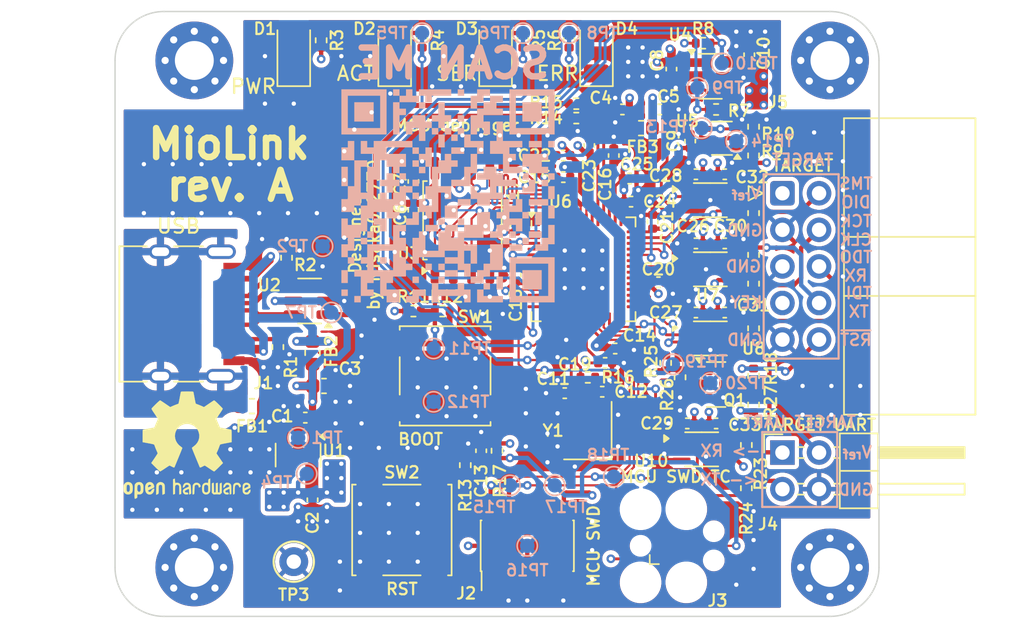
<source format=kicad_pcb>
(kicad_pcb (version 20240108) (generator "pcbnew") (generator_version "8.0")
  (layers (0 "F.Cu" signal) (1 "In1.Cu" power) (2 "In2.Cu" mixed) (31 "B.Cu" signal) (34 "B.Paste" user) (35 "F.Paste" user) (36 "B.SilkS" user "B.Silkscreen") (37 "F.SilkS" user "F.Silkscreen") (38 "B.Mask" user) (39 "F.Mask" user) (44 "Edge.Cuts" user))
  (net 0 "")
  (net 1 "+5V")
  (net 2 "GND")
  (net 3 "+3V3")
  (net 4 "Net-(C12-Pad1)")
  (net 5 "/TARGET_VREF")
  (net 6 "/MCU_RST")
  (net 7 "Net-(U6-XIN)")
  (net 8 "+3.3VA")
  (net 9 "Net-(U6-VREG_VOUT)")
  (net 10 "Net-(D1-A)")
  (net 11 "Net-(D2-A)")
  (net 12 "Net-(D3-A)")
  (net 13 "Net-(D4-A)")
  (net 14 "/USB_SHIELD")
  (net 16 "/MCU_SWCLK")
  (net 18 "/MCU_SWDIO")
  (net 21 "/TARGET_BUF_TX")
  (net 22 "/TARGET_BUF_RX")
  (net 23 "Net-(J5-SWDIO{slash}TMS)")
  (net 24 "Net-(J5-SWO{slash}TDO)")
  (net 25 "Net-(J5-SWCLK{slash}TCK)")
  (net 27 "Net-(Q1-G)")
  (net 28 "/LED_ERR")
  (net 29 "/LED_ACT")
  (net 30 "/LED_SER")
  (net 31 "/QSPI_SS")
  (net 32 "Net-(J5-~{RESET})")
  (net 33 "Net-(J5-NC{slash}TDI)")
  (net 34 "/USB_DP")
  (net 35 "/TARGET_BUF_~{RST}")
  (net 36 "/USB_DN")
  (net 37 "/TARGET_VREF_PWR_EN")
  (net 38 "/TARGET_PWR_~{FAULT}")
  (net 39 "Net-(U5-+)")
  (net 40 "Net-(R12-Pad1)")
  (net 41 "Net-(R13-Pad2)")
  (net 42 "Net-(U6-USB_DP)")
  (net 43 "Net-(U6-USB_DM)")
  (net 44 "Net-(U6-XOUT)")
  (net 45 "/TARGET_BUF_TCK")
  (net 46 "/TARGET_BUF_TMS")
  (net 47 "/QSPI_D0")
  (net 48 "/QSPI_D1")
  (net 49 "/QSPI_SCLK")
  (net 50 "/QSPI_D3")
  (net 51 "/QSPI_D2")
  (net 52 "/USB_L_DP")
  (net 53 "/USB_L_DN")
  (net 54 "/TARGET_RST")
  (net 55 "/TARGET_VREF_MEASURE")
  (net 56 "/TARGET_TMS_DIR")
  (net 57 "/TARGET_TX")
  (net 59 "/TARGET_TCK")
  (net 62 "/TARGET_TMS")
  (net 66 "Net-(FB2-Pad2)")
  (net 67 "Net-(J1-CC2)")
  (net 68 "Net-(J1-CC1)")
  (net 69 "/TARGET_RX")
  (net 70 "Net-(J4-Pin_1)")
  (net 79 "Net-(J4-Pin_3)")
  (net 81 "/TARGET_BUF_TDO{slash}RX")
  (net 82 "/TARGET_BUF_TDI{slash}TX")
  (net 83 "/TARGET_TDI{slash}TX")
  (net 84 "/TARGET_TDO{slash}RX")
  (footprint "Resistor_SMD:R_0402_1005Metric" (layer "F.Cu") (at 176.5 100.4 -90)
    (property "Reference" "R23")
    (property "Value" "27")
  )
  (footprint "Capacitor_SMD:C_0402_1005Metric" (layer "F.Cu") (at 166.5 96.7)
    (property "Reference" "C12")
    (property "Value" "16p")
  )
  (footprint "Resistor_SMD:R_0402_1005Metric" (layer "F.Cu") (at 157 101.8 -90)
    (property "Reference" "R13")
    (property "Value" "1k")
  )
  (footprint "Capacitor_SMD:C_0402_1005Metric" (layer "F.Cu") (at 146.4 104.2 -90)
    (property "Reference" "C2")
    (property "Value" "1u")
  )
  (footprint "Resistor_SMD:R_0402_1005Metric" (layer "F.Cu") (at 171.9 95.7 -90)
    (property "Reference" "R26")
    (property "Value" "100k")
  )
  (footprint "Capacitor_SMD:C_0402_1005Metric" (layer "F.Cu") (at 158.1 100.8 -90)
    (property "Reference" "C13")
    (property "Value" "100n")
  )
  (footprint "Inductor_SMD:L_0603_1608Metric" (layer "F.Cu") (at 169.2 78.4 180)
    (property "Reference" "FB3")
    (property "Value" "120Ohm/100MHz")
  )
  (footprint "MountingHole:MountingHole_2.7mm_M2.5_Pad_Via" (layer "F.Cu") (at 182.3 108.9)
    (property "Reference" "REF**" (hide yes))
    (property "Value" "MountingHole_2.7mm_M2.5_Pad_Via")
  )
  (footprint "Connector_USB:USB_C_Receptacle_HRO_TYPE-C-31-M-12" (layer "F.Cu") (at 136.9 91.3 -90)
    (property "Reference" "J1")
    (property "Value" "USB")
  )
  (footprint "Capacitor_SMD:C_0402_1005Metric" (layer "F.Cu") (at 167.9 77.1 180)
    (property "Reference" "C4")
    (property "Value" "1u")
  )
  (footprint "Package_TO_SOT_SMD:SOT-353_SC-70-5" (layer "F.Cu") (at 174.8 79.1 180)
    (property "Reference" "U5")
    (property "Value" "TLV9001IDCK")
  )
  (footprint "Package_SO:VSSOP-8_2.3x2mm_P0.5mm" (layer "F.Cu") (at 173.4 100.7)
    (property "Reference" "U10")
    (property "Value" "74LVC2T45DC")
  )
  (footprint "Package_DFN_QFN:QFN-56-1EP_7x7mm_P0.4mm_EP3.2x3.2mm" (layer "F.Cu") (at 165.2 88.2)
    (property "Reference" "U6")
    (property "Value" "RP2040")
  )
  (footprint "Resistor_SMD:R_0402_1005Metric" (layer "F.Cu") (at 177 80.3 90)
    (property "Reference" "R9")
    (property "Value" "100k")
  )
  (footprint "Resistor_SMD:R_0402_1005Metric" (layer "F.Cu") (at 144 93.6 -90)
    (property "Reference" "R1")
    (property "Value" "5.1k")
  )
  (footprint "Resistor_SMD:R_0402_1005Metric" (layer "F.Cu") (at 164.7 76.7 180)
    (property "Reference" "R15")
    (property "Value" "27")
  )
  (footprint "Connector_IDC:IDC-Header_2x05_P2.54mm_Horizontal" (layer "F.Cu") (at 179.0025 82.92)
    (property "Reference" "J5")
    (property "Value" "Target connector")
  )
  (footprint "Capacitor_SMD:C_0402_1005Metric" (layer "F.Cu") (at 173 86.4 180)
    (property "Reference" "C26")
    (property "Value" "100n")
  )
  (footprint "Resistor_SMD:R_0402_1005Metric" (layer "F.Cu") (at 164.2 72.3 90)
    (property "Reference" "R6")
    (property "Value" "1k")
  )
  (footprint "Inductor_SMD:L_0603_1608Metric" (layer "F.Cu") (at 146.4 94 90)
    (property "Reference" "FB2")
    (property "Value" "120Ohm/100MHz")
  )
  (footprint "Button_Switch_SMD:SW_SPST_B3S-1000" (layer "F.Cu") (at 152.6 106.3 90)
    (property "Reference" "SW2")
    (property "Value" "RST")
  )
  (footprint "Resistor_SMD:R_0402_1005Metric" (layer "F.Cu") (at 177 89.2 -90)
    (property "Reference" "R19" (hide yes))
    (property "Value" "27")
  )
  (footprint "LED_SMD:LED_1206_3216Metric" (layer "F.Cu") (at 166.1 73.2 90)
    (property "Reference" "D4")
    (property "Value" "ERR")
  )
  (footprint "Capacitor_SMD:C_0402_1005Metric" (layer "F.Cu") (at 170.4 89.1)
    (property "Reference" "C20")
    (property "Value" "100n")
  )
  (footprint "Capacitor_SMD:C_0402_1005Metric" (layer "F.Cu") (at 160.5 85.1 90)
    (property "Reference" "C17")
    (property "Value" "100n")
  )
  (footprint "Capacitor_SMD:C_0402_1005Metric" (layer "F.Cu") (at 171.3 74.3 -90)
    (property "Reference" "C8")
    (property "Value" "1u")
  )
  (footprint "Inductor_SMD:L_0603_1608Metric" (layer "F.Cu") (at 142.2 97.7)
    (property "Reference" "FB1")
    (property "Value" "33Ohm/100MHz")
  )
  (footprint "Resistor_SMD:R_0402_1005Metric" (layer "F.Cu") (at 153.4 91.1)
    (property "Reference" "R11")
    (property "Value" "10k")
  )
  (footprint "Resistor_SMD:R_0402_1005Metric" (layer "F.Cu") (at 177 87.2 90)
    (property "Reference" "R22" (hide yes))
    (property "Value" "27")
  )
  (footprint "Resistor_SMD:R_0402_1005Metric" (layer "F.Cu") (at 161 72.3 90)
    (property "Reference" "R5")
    (property "Value" "1k")
  )
  (footprint "Capacitor_SMD:C_0402_1005Metric" (layer "F.Cu") (at 163.8 80.3 180)
    (property "Reference" "C22")
    (property "Value" "100n")
  )
  (footprint "Button_Switch_SMD:SW_SPST_B3S-1000" (layer "F.Cu") (at 155.6 95.6 180)
    (property "Reference" "SW1")
    (property "Value" "BOOT")
  )
  (footprint "Resistor_SMD:R_0402_1005Metric" (layer "F.Cu") (at 164.7 77.7 180)
    (property "Reference" "R14")
    (property "Value" "27")
  )
  (footprint "Capacitor_SMD:C_0402_1005Metric" (layer "F.Cu") (at 175 81.6 180)
    (property "Reference" "C32")
    (property "Value" "100n")
  )
  (footprint "Resistor_SMD:R_0402_1005Metric" (layer "F.Cu") (at 177 84.3 -90)
    (property "Reference" "R20" (hide yes))
    (property "Value" "27")
  )
  (footprint "Resistor_SMD:R_0402_1005Metric" (layer "F.Cu") (at 174.4 77.1)
    (property "Reference" "R7")
    (property "Value" "100k")
  )
  (footprint "Package_SO:SOIC-8_5.23x5.23mm_P1.27mm" (layer "F.Cu") (at 156.8 84.8 90)
    (property "Reference" "U3")
    (property "Value" "W25Q16JVSS")
  )
  (footprint "Symbol:OSHW-Logo2_9.8x8mm_SilkScreen" (layer "F.Cu") (at 137.7 100.4)
    (property "Reference" "REF5" (hide yes))
    (property "Value" "OSHW-Logo2_9.8x8mm_SilkScreen" (hide yes))
  )
  (footprint "Resistor_SMD:R_0402_1005Metric" (layer "F.Cu") (at 170.9 94.7 -90)
    (property "Reference" "R25")
    (property "Value" "1k")
  )
  (footprint "Package_TO_SOT_SMD:SOT-23" (layer "F.Cu") (at 174.4 96.2)
    (property "Reference" "Q1")
    (property "Value" "BSS138")
  )
  (footprint "Capacitor_SMD:C_0402_1005Metric" (layer "F.Cu") (at 145.9 98.5 180)
    (property "Reference" "C1")
    (property "Value" "1u")
  )
  (footprint "Connector:Tag-Connect_TC2030-IDC-FP_2x03_P1.27mm_Vertical" (layer "F.Cu") (at 171.7 107.4)
    (property "Reference" "J3")
    (property "Value" "MCU SWD TC")
  )
  (footprint "Capacitor_SMD:C_0402_1005Metric" (layer "F.Cu") (at 173 81.6 180)
    (property "Reference" "C28")
    (property "Value" "100n")
  )
  (footprint "Resistor_SMD:R_0402_1005Metric" (layer "F.Cu") (at 144.6 87.4 90)
    (property "Reference" "R2")
    (property "Value" "5.1k")
  )
  (footprint "Resistor_SMD:R_0402_1005Metric" (layer "F.Cu") (at 173.5 72.5)
    (property "Reference" "R8")
    (property "Value" "100k")
  )
  (footprint "Resistor_SMD:R_0402_1005Metric" (layer "F.Cu") (at 177 78.3 90)
    (property "Reference" "R10")
    (property "Value" "100k")
  )
  (footprint "Resistor_SMD:R_0402_1005Metric" (layer "F.Cu") (at 176.5 103.4 -90)
    (property "Reference" "R24")
    (property "Value" "27")
  )
  (footprint "Resistor_SMD:R_0402_1005Metric" (layer "F.Cu") (at 155.4 91.1 180)
    (property "Reference" "R12")
    (property "Value" "1k")
  )
  (footprint "Capacitor_SMD:C_0402_1005Metric" (layer "F.Cu") (at 163.9 96.8 180)
    (property "Reference" "C11")
    (property "Value" "16p")
  )
  (footprint "LED_SMD:LED_1206_3216Metric" (layer "F.Cu") (at 152.1 73.2 90)
    (property "Reference" "D2")
    (property "Value" "ACT")
  )
  (footprint "Capacitor_SMD:C_0402_1005Metric" (layer "F.Cu") (at 175 86.4 180)
    (property "Reference" "C30")
    (property "Value" "100n")
  )
  (footprint "MountingHole:MountingHole_2.7mm_M2.5_Pad_Via" (layer "F.Cu") (at 138.2 108.9)
    (property "Reference" "REF**" (hide yes))
    (property "Value" "MountingHole_2.7mm_M2.5_Pad_Via")
  )
  (footprint "Package_SO:VSSOP-8_2.3x2mm_P0.5mm" (layer "F.Cu") (at 174 88.2)
    (property "Reference" "U7")
    (property "Value" "74LVC2T45DC")
  )
  (footprint "Resistor_SMD:R_0402_1005Metric" (layer "F.Cu") (at 165.5 95.7 180)
    (property "Reference" "R16")
    (property "Value" "1k")
  )
  (footprint "Resistor_SMD:R_0402_1005Metric" (layer "F.Cu") (at 147 72.3 90)
    (property "Reference" "R3")
    (property "Value" "1k")
  )
  (footprint "Connector_PinHeader_2.54mm:PinHeader_2x02_P2.54mm_Horizontal" (layer "F.Cu") (at 179.0025 100.925)
    (property "Reference" "J4")
    (property "Value" "Target UART connector")
  )
  (footprint "Capacitor_SMD:C_0402_1005Metric" (layer "F.Cu") (at 170 84.9 90)
    (property "Reference" "C21")
    (property "Value" "100n")
  )
  (footprint "Crystal:Crystal_SMD_3225-4Pin_3.2x2.5mm" (layer "F.Cu") (at 165.5 99.4 90)
    (property "Reference" "Y1")
    (property "Value" "12MHz")
  )
  (footprint "LED_SMD:LED_1206_3216Metric" (layer "F.Cu") (at 159.1 73.2 90)
    (property "Reference" "D3")
    (property "Value" "SER")
  )
  (footprint "Capacitor_SMD:C_0402_1005Metric" (layer "F.Cu") (at 170.5 77.1)
    (property "Reference" "C5")
    (property "Value" "1u")
  )
  (footprint "Connector_PinHeader_1.27mm:PinHeader_2x05_P1.27mm_Vertical_SMD" (layer "F.Cu") (at 161.3 107.4 90)
    (property "Reference" "J2")
    (property "Value" "MCU SWD")
  )
  (footprint "Capacitor_SMD:C_0402_1005Metric" (layer "F.Cu") (at 172.6 79.3 90)
    (property "Reference" "C9")
    (property "Value" "100n")
  )
  (footprint "Capacitor_SMD:C_0402_1005Metric" (layer "F.Cu") (at 153.4 82.1 90)
    (property "Reference" "C7")
    (property "Value" "100n")
  )
  (footprint "MountingHole:MountingHole_2.7mm_M2.5_Pad_Via" (layer "F.Cu") (at 182.3 73.7)
    (property "Reference" "REF**" (hide yes))
    (property "Value" "MountingHole_2.7mm_M2.5_Pad_Via")
  )
  (footprint "Capacitor_SMD:C_0402_1005Metric" (layer "F.Cu") (at 165.6 79.6 90)
    (property "Reference" "C23")
    (property "Value" "100n")
  )
  (footprint "Package_TO_SOT_SMD:SOT-23-5" (layer "F.Cu") (at 145.4 101.1 -90)
    (property "Reference" "U1")
    (property "Value" "LP5907MFX-3.3")
  )
  (footprint "Resistor_SMD:R_0402_1005Metric" (layer "F.Cu") (at 154 72.3 90)
    (property "Reference" "R4")
    (property "Value" "1k")
  )
  (footprint "Capacitor_SMD:C_0402_1005Metric" (layer "F.Cu") (at 160.5 88.6 90)
    (property "Reference" "C18")
    (property "Value" "100n")
  )
  (footprint "Capacitor_SMD:C_0402_1005Metric" (layer "F.Cu") (at 167.4 93.7 180)
    (property "Reference" "C14")
    (property "Value" "100n")
  )
  (footprint "Capacitor_SMD:C_0402_1005Metric" (layer "F.Cu") (at 172.4 98.9 180)
    (property "Reference" "C29")
    (property "Value" "100n")
  )
  (footprint "TestPoint:TestPoint_Keystone_5000-5004_Miniature" (layer "F.Cu") (at 145.1 108.5)
    (property "Reference" "TP3")
    (property "Value" "GND")
  )
  (footprint "Package_SO:VSSOP-8_2.3x2mm_P0.5mm" (layer "F.Cu") (at 174 83.4)
    (property "Reference" "U9" (hide yes))
    (property "Value" "74LVC2T45DC")
  )
  (footprint "Capacitor_SMD:C_0402_1005Metric" (layer "F.Cu") (at 174.4 98.9 180)
    (property "Reference" "C33")
    (property "Value" "100n")
  )
  (footprint "Capacitor_SMD:C_0402_1005Metric" (layer "F.Cu") (at 153.4 84.1 -90)
    (property "Reference" "C6")
    (property "Value" "1u")
  )
  (footprint "Capacitor_SMD:C_0402_1005Metric" (layer "F.Cu") (at 167.3 80.3 -90)
    (property "Reference" "C16")
    (property "Value" "1u")
  )
  (footprint "Capacitor_SMD:C_0603_1608Metric" (layer "F.Cu") (at 147.2 96.3)
    (property "Reference" "C3")
    (property "Value" "10u")
  )
  (footprint "Resistor_SMD:R_0402_1005Metric" (layer "F.Cu") (at 177 97.6 90)
    (property "Reference" "R27")
    (property "Value" "10k")
  )
  (footprint "Capacitor_SMD:C_0402_1005Metric" (layer "F.Cu") (at 166.7 94.7)
    (property "Reference" "C19")
    (property "Value" "100n")
  )
  (footprint "Package_SO:VSSOP-8_2.3x2mm_P0.5mm" (layer "F.Cu") (at 174 93)
    (property "Reference" "U8")
    (property "Value" "74LVC2T45DC")
  )
  (footprint "Resistor_SMD:R_0402_1005Metric" (layer "F.Cu") (at 177 95.6 90)
    (property "Reference" "R18")
    (property "Value" "27")
  )
  (footprint "LED_SMD:LED_1206_3216Metric" (layer "F.Cu") (at 145.1 73.2 90)
    (property "Reference" "D1")
    (property "Value" "PWR")
  )
  (footprint "Capacitor_SMD:C_0402_1005Metric" (layer "F.Cu") (at 173 91.2 180)
    (property "Reference" "C27")
    (property "Value" "100n")
  )
  (footprint "Package_TO_SOT_SMD:SOT-23-6" (layer "F.Cu") (at 174 74.8)
    (property "Reference" "U4")
    (property "Value" "TPS2553DBVR")
  )
  (footprint "Package_TO_SOT_SMD:SOT-23-6" (layer "F.Cu") (at 146.2 90.4 180)
    (property "Reference" "U2")
    (property "Value" "USBLC6-2SC6")
  )
  (footprint "Capacitor_SMD:C_0402_1005Metric" (layer "F.Cu") (at 175 91.2 180)
    (property "Reference" "C31")
    (property "Value" "100n")
  )
  (footprint "Capacitor_SMD:C_0402_1005Metric" (layer "F.Cu") (at 168.5 83.5)
    (property "Reference" "C24")
    (property "Value" "100n")
  )
  (footprint "Resistor_SMD:R_0402_1005Metric" (layer "F.Cu") (at 159.2 100.8 90)
    (property "Reference" "R17")
    (property "Value" "10k")
  )
  (footprint "Capacitor_SMD:C_0402_1005Metric" (layer "F.Cu") (at 168.4 81.9)
    (property "Reference" "C25")
    (property "Value" "1u")
  )
  (footprint "Capacitor_SMD:C_0402_1005Metric" (layer "F.Cu") (at 163.8 81.8)
    (property "Reference" "C15")
    (property "Value" "100n")
  )
  (footprint "Capacitor_SMD:C_0402_1005Metric" (layer "F.Cu") (at 176.7 73.3 90)
    (property "Reference" "C10")
    (property "Value" "1u")
  )
  (footprint "Resistor_SMD:R_0402_1005Metric" (layer "F.Cu") (at 177 92.3 90)
    (property "Reference" "R21" (hide yes))
    (property "Value" "27")
  )
  (footprint "MountingHole:MountingHole_2.7mm_M2.5_Pad_Via" (layer "F.Cu") (at 138.2 73.7)
    (property "Reference" "REF**" (hide yes))
    (property "Value" "MountingHole_2.7mm_M2.5_Pad_Via")
  )
  (footprint "TestPoint:TestPoint_Pad_D1.0mm" (layer "B.Cu") (at 173.1 75.6 180)
    (property "Reference" "TP9")
    (property "Value" "TARGET_VREF_PWR_EN")
  )
  (footprint "TestPoint:TestPoint_Pad_D1.0mm" (layer "B.Cu") (at 167.3 102.6 180)
    (property "Reference" "TP18")
    (property "Value" "SWCLK")
  )
  (footprint "TestPoint:TestPoint_Pad_D1.0mm" (layer "B.Cu") (at 145.4 99.9 180)
    (property "Reference" "TP1")
    (property "Value" "GND")
  )
  (footprint "TestPoint:TestPoint_Pad_D1.0mm" (layer "B.Cu") (at 174.8 73.9 180)
    (property "Reference" "TP10")
    (property "Value" "TARGET_PWR_~{FAULT}")
  )
  (footprint "TestPoint:TestPoint_Pad_D1.0mm" (layer "B.Cu") (at 174 96.1 180)
    (property "Reference" "TP20")
    (property "Value" "GND")
  )
  (footprint "TestPoint:TestPoint_Pad_D1.0mm" (layer "B.Cu") (at 154.8 97.4 180)
    (property "Reference" "TP12")
    (property "Value" "GND")
  )
  (footprint "TestPoint:TestPoint_Pad_D1.0mm" (layer "B.Cu") (at 147.7 91.2 180)
    (property "Reference" "TP7")
    (property "Value" "5V")
  )
  (footprint "LOGO" (layer "B.Cu") (at 155.8 83.1 180)
    (property "Reference" "G1" (hide yes))
    (property "Value" "LOGO" (hide yes))
  )
  (footprint "TestPoint:TestPoint_Pad_D1.0mm" (layer "B.Cu") (at 161 71.8 180)
    (property "Reference" "TP6")
    (property "Value" "LED_SER")
  )
  (footprint "TestPoint:TestPoint_Pad_D1.0mm" (layer "B.Cu") (at 147.1 86.6 180)
    (property "Reference" "TP2")
    (property "Value" "GND")
  )
  (footprint "TestPoint:TestPoint_Pad_D1.0mm" (layer "B.Cu") (at 146 102.4 180)
    (property "Reference" "TP4")
    (property "Value" "3V3")
  )
  (footprint "TestPoint:TestPoint_Pad_D1.0mm" (layer "B.Cu") (at 175.8 79.3 180)
    (property "Reference" "TP14")
    (property "Value" "GND")
  )
  (footprint "TestPoint:TestPoint_Pad_D1.0mm" (layer "B.Cu") (at 154.8 93.7 180)
    (property "Reference" "TP11")
    (property "Value" "BOOT")
  )
  (footprint "TestPoint:TestPoint_Pad_D1.0mm" (layer "B.Cu") (at 171.4 94.8 180)
    (property "Reference" "TP19")
    (property "Value" "TARGET_RST")
  )
  (footprint "TestPoint:TestPoint_Pad_D1.0mm" (layer "B.Cu") (at 161.3 107.4 180)
    (property "Reference" "TP16")
    (property "Value" "GND")
  )
  (footprint "TestPoint:TestPoint_Pad_D1.0mm" (layer "B.Cu") (at 164.2 71.8 180)
    (property "Reference" "TP8")
    (property "Value" "LED_ERR")
  )
  (footprint "TestPoint:TestPoint_Pad_D1.0mm" (layer "B.Cu") (at 154 71.8 180)
    (property "Reference" "TP5")
    (property "Value" "LED_ACT")
  )
  (footprint "TestPoint:TestPoint_Pad_D1.0mm" (layer "B.Cu") (at 163.2 103.2 180)
    (property "Reference" "TP17")
    (property "Value" "RST")
  )
  (footprint "TestPoint:TestPoint_Pad_D1.0mm" (layer "B.Cu") (at 173.4 78.4 180)
    (property "Reference" "TP13")
    (property "Value" "TARGET_VREF_MEASURE")
  )
  (footprint "TestPoint:TestPoint_Pad_D1.0mm" (layer "B.Cu") (at 160.1 103.2 180)
    (property "Reference" "TP15")
    (property "Value" "SWDIO")
  )
  (gr_line (start 177.7 81.6) (end 177.7 94.4) (stroke (width 0.15)) (layer "B.SilkS"))
  (gr_line (start 177.7 94.4) (end 182.9 94.4) (stroke (width 0.15)) (layer "B.SilkS"))
  (gr_line (start 177.6 104.7) (end 182.8 104.7) (stroke (width 0.15)) (layer "B.SilkS"))
  (gr_line (start 182.8 104.7) (end 182.8 99.5) (stroke (width 0.15)) (layer "B.SilkS"))
  (gr_line (start 182.9 81.6) (end 177.7 81.6) (stroke (width 0.15)) (layer "B.SilkS"))
  (gr_line (start 177.6 104.7) (end 177.6 99.5) (stroke (width 0.15)) (layer "B.SilkS"))
  (gr_line (start 182.9 94.4) (end 182.9 81.6) (stroke (width 0.15)) (layer "B.SilkS"))
  (gr_line (start 182.8 99.5) (end 177.6 99.5) (stroke (width 0.15)) (layer "B.SilkS"))
  (gr_line (start 136.1 70.3) (end 182.3 70.3) (stroke (width 0.1)) (layer "Edge.Cuts"))
  (gr_line (start 182.3 112.3) (end 136.1 112.3) (stroke (width 0.1)) (layer "Edge.Cuts"))
  (gr_arc (start 132.7 73.7) (mid 133.695837 71.295837) (end 136.1 70.3) (stroke (width 0.1)) (layer "Edge.Cuts"))
  (gr_arc (start 185.7 108.9) (mid 184.704163 111.304163) (end 182.3 112.3) (stroke (width 0.1)) (layer "Edge.Cuts"))
  (gr_arc (start 182.3 70.3) (mid 184.704163 71.295837) (end 185.7 73.7) (stroke (width 0.1)) (layer "Edge.Cuts"))
  (gr_arc (start 136.1 112.3) (mid 133.695837 111.304163) (end 132.7 108.9) (stroke (width 0.1)) (layer "Edge.Cuts"))
  (gr_line (start 132.7 108.9) (end 132.7 73.7) (stroke (width 0.1)) (layer "Edge.Cuts"))
  (gr_line (start 185.7 73.7) (end 185.7 108.9) (stroke (width 0.1)) (layer "Edge.Cuts"))
  (gr_text "-> RX" (at 175.4 100.8 0) (layer "B.SilkS") (effects (font (size 0.8 0.8) (thickness 0.15) (bold yes)) (justify mirror)))
  (gr_text "SCAN ME" (at 156.1 73.9 0) (layer "B.SilkS") (effects (font (size 2 2) (thickness 0.45)) (justify mirror)))
  (gr_text "TCK\nCLK" (at 184.1 85.5 0) (layer "B.SilkS") (effects (font (size 0.8 0.8) (thickness 0.15) (bold yes)) (justify mirror)))
  (gr_text "GND" (at 184.1 103.5 0) (layer "B.SilkS") (effects (font (size 0.8 0.8) (thickness 0.15) (bold yes)) (justify mirror)))
  (gr_text "TARGET" (at 180.4 80.6 0) (layer "B.SilkS") (effects (font (size 0.8 0.8) (thickness 0.15) (bold yes)) (justify mirror)))
  (gr_text "V_{ref}" (at 176.5 82.9 0) (layer "B.SilkS") (effects (font (size 0.8 0.8) (thickness 0.15) (bold yes)) (justify mirror)))
  (gr_text "TMS\nDIO" (at 184.1 82.9 0) (layer "B.SilkS") (effects (font (size 0.8 0.8) (thickness 0.15) (bold yes)) (justify mirror)))
  (gr_text "V_{ref}" (at 184.2 100.9 0) (layer "B.SilkS") (effects (font (size 0.8 0.8) (thickness 0.15) (bold yes)) (justify mirror)))
  (gr_text "GND" (at 176.4 93.1 0) (layer "B.SilkS") (effects (font (size 0.8 0.8) (thickness 0.15) (bold yes)) (justify mirror)))
  (gr_text "TDO\nRX" (at 184.1 88 0) (layer "B.SilkS") (effects (font (size 0.8 0.8) (thickness 0.15) (bold yes)) (justify mirror)))
  (gr_text "<- TX" (at 175.3 102.8 0) (layer "B.SilkS") (effects (font (size 0.8 0.8) (thickness 0.15) (bold yes)) (justify mirror)))
  (gr_text "TDI\nTX" (at 184.3 90.5 0) (layer "B.SilkS") (effects (font (size 0.8 0.8) (thickness 0.15) (bold yes)) (justify mirror)))
  (gr_text "~{RST}" (at 184.1 93.1 0) (layer "B.SilkS") (effects (font (size 0.8 0.8) (thickness 0.15) (bold yes)) (justify mirror)))
  (gr_text "GND" (at 176.3 88 0) (layer "B.SilkS") (effects (font (size 0.8 0.8) (thickness 0.15) (bold yes)) (justify mirror)))
  (gr_text "GND" (at 176.4 85.5 0) (layer "B.SilkS") (effects (font (size 0.8 0.8) (thickness 0.15) (bold yes)) (justify mirror)))
  (gr_text "TARGET UART" (at 180.2 98.8 0) (layer "B.SilkS") (effects (font (size 0.8 0.8) (thickness 0.15) (bold yes)) (justify mirror)))
  (gr_text "KEY" (at 176.5 90.5 0) (layer "B.SilkS") (effects (font (size 0.8 0.8) (thickness 0.15) (bold yes)) (justify mirror)))
  (gr_text "MCU debugger" (at 156.4 78.2 0) (layer "F.SilkS") (effects (font (size 0.8 0.8) (thickness 0.15) (bold yes))))
  (gr_text "TARGET" (at 180.4 81 -0) (layer "F.SilkS") (effects (font (size 0.8 0.8) (thickness 0.15) (bold yes))))
  (gr_text "TARGET UART" (at 181.6 99 0) (layer "F.SilkS") (effects (font (size 0.8 0.8) (thickness 0.15) (bold yes))))
  (gr_text "MioLink" (at 140.6 79.5 0) (layer "F.SilkS") (effects (font (size 2 2) (thickness 0.45))))
  (gr_text "Designed\nby Misaka0x2730" (at 150 85.8 90) (layer "F.SilkS") (effects (font (size 0.8 0.8) (thickness 0.15) (bold yes))))
  (gr_text "rev. A" (at 140.7 82.4 0) (layer "F.SilkS") (effects (font (size 2 2) (thickness 0.45) (bold yes))))
  (segment (start 144.44 100.94) (end 144.7 101.2) (width 0.3) (layer "F.Cu") (net 1))
  (segment (start 146.38 99.9775) (end 146.34 100.0175) (width 0.5) (layer "F.Cu") (net 1))
  (segment (start 146.425 96.3) (end 145.3 96.3) (width 0.6) (layer "F.Cu") (net 1))
  (segment (start 146.4 96.275) (end 146.425 96.3) (width 0.6) (layer "F.Cu") (net 1))
  (segment (start 146.4 98.48) (end 146.38 98.5) (width 0.5) (layer "F.Cu") (net 1))
  (segment (start 145.0625 90.4) (end 143.8 90.4) (width 0.5) (layer "F.Cu") (net 1))
  (segment (start 146.4 94.7875) (end 146.4 96.275) (width 0.6) (layer "F.Cu") (net 1))
  (segment (start 146.2 101.2) (end 146.34 101.06) (width 0.3) (layer "F.Cu") (net 1))
  (segment (start 146.425 96.3) (end 146.425 97.375) (width 0.6) (layer "F.Cu") (net 1))
  (segment (start 146.34 101.06) (end 146.34 100.0175) (width 0.3) (layer "F.Cu") (net 1))
  (segment (start 146.4 97.4) (end 146.4 98.48) (width 0.5) (layer "F.Cu") (net 1))
  (segment (start 146.38 98.5) (end 146.38 99.9775) (width 0.5) (layer "F.Cu") (net 1))
  (segment (start 144.44 100.0175) (end 144.44 100.94) (width 0.3) (layer "F.Cu") (net 1))
  (segment (start 144.7 101.2) (end 146.2 101.2) (width 0.3) (layer "F.Cu") (net 1))
  (segment (start 146.425 97.375) (end 146.4 97.4) (width 0.6) (layer "F.Cu") (net 1))
  (via (at 146.4 97.4) (size 0.6) (drill 0.3) (layers "F.Cu" "B.Cu") (net 1))
  (via (at 143.8 90.4) (size 0.6) (drill 0.3) (layers "F.Cu" "B.Cu") (net 1))
  (via (at 145.3 96.3) (size 0.6) (drill 0.3) (layers "F.Cu" "B.Cu") (net 1))
  (segment (start 148.2 94.3) (end 147.2 94.3) (width 0.5) (layer "B.Cu") (net 1))
  (segment (start 146.4 96.5) (end 146.4 96.3) (width 0.5) (layer "B.Cu") (net 1))
  (segment (start 147.2 94.3) (end 146.4 95.1) (width 0.5) (layer "B.Cu") (net 1))
  (segment (start 143.8 90.4) (end 147 90.4) (width 0.5) (layer "B.Cu") (net 1))
  (segment (start 146.4 96.3) (end 145.3 96.3) (width 0.5) (layer "B.Cu") (net 1))
  (segment (start 148.8 93.7) (end 148.2 94.3) (width 0.5) (layer "B.Cu") (net 1))
  (segment (start 146.4 95.1) (end 146.4 96.5) (width 0.5) (layer "B.Cu") (net 1))
  (segment (start 147 90.4) (end 148.8 92.2) (width 0.5) (layer "B.Cu") (net 1))
  (segment (start 146.4 97.4) (end 146.4 96.5) (width 0.5) (layer "B.Cu") (net 1))
  (segment (start 148.8 92.2) (end 148.8 93.7) (width 0.5) (layer "B.Cu") (net 1))
  (segment (start 163.5 93.1) (end 164 93.1) (width 0.2) (layer "F.Cu") (net 2))
  (segment (start 163.8 92.9) (end 164 93.1) (width 0.2) (layer "F.Cu") (net 2))
  (segment (start 142.4 86.6) (end 142.9 86.1) (width 0.4) (layer "F.Cu") (net 2))
  (segment (start 142.6 95) (end 143 95) (width 0.5) (layer "F.Cu") (net 2))
  (segment (start 176.2 74.8) (end 176.3 74.9) (width 0.3) (layer "F.Cu") (net 2))
  (segment (start 145.39 100.0175) (end 145.42 99.9875) (width 0.5) (layer "F.Cu") (net 2))
  (segment (start 173.95 100.95) (end 173.7 101.2) (width 0.3) (layer "F.Cu") (net 2))
  (segment (start 172.97 108.035) (end 172.97 108.386575) (width 0.2) (layer "F.Cu") (net 2))
  (segment (start 164.2 92.9) (end 164 93.1) (width 0.2) (layer "F.Cu") (net 2))
  (segment (start 163.4 93) (end 163.5 93.1) (width 0.2) (layer "F.Cu") (net 2))
  (segment (start 174.8 100.95) (end 173.95 100.95) (width 0.3) (layer "F.Cu") (net 2))
  (segment (start 142.4 87.8) (end 142.4 86.6) (width 0.4) (layer "F.Cu") (net 2))
  (segment (start 174.683425 110.1) (end 175.8 110.1) (width 0.2) (layer "F.Cu") (net 2))
  (segment (start 147.3375 90.4) (end 148.6 90.4) (width 0.5) (layer "F.Cu") (net 2))
  (segment (start 175.4 83.65) (end 174.25 83.65) (width 0.3) (layer "F.Cu") (net 2))
  (segment (start 142.15 88.05) (end 142.4 87.8) (width 0.4) (layer "F.Cu") (net 2))
  (segment (start 163.4 91.6375) (end 163.4 93) (width 0.2) (layer "F.Cu") (net 2))
  (segment (start 164.2 91.6375) (end 164.2 92.9) (width 0.2) (layer "F.Cu") (net 2))
  (segment (start 140.945 94.55) (end 142.15 94.55) (width 0.5) (layer "F.Cu") (net 2))
  (segment (start 140.945 88.05) (end 142.15 88.05) (width 0.4) (layer "F.Cu") (net 2))
  (segment (start 163.8 91.6375) (end 163.8 92.9) (width 0.2) (layer "F.Cu") (net 2))
  (segment (start 174.25 83.65) (end 174 83.4) (width 0.3) (layer "F.Cu") (net 2))
  (segment (start 142.15 94.55) (end 142.6 95) (width 0.5) (layer "F.Cu") (net 2))
  (segment (start 172.97 108.386575) (end 174.683425 110.1) (width 0.2) (layer "F.Cu") (net 2))
  (via (at 183.2 78.7) (size 0.6) (drill 0.3) (layers "F.Cu" "B.Cu") (net 2))
  (via (at 140.7 84.3) (size 0.6) (drill 0.3) (layers "F.Cu" "B.Cu") (net 2))
  (via (at 145.5 86.9) (size 0.6) (drill 0.3) (layers "F.Cu" "B.Cu") (net 2))
  (via (at 176.3 86.1) (size 0.6) (drill 0.3) (layers "F.Cu" "B.Cu") (net 2))
  (via (at 155 100.6) (size 0.6) (drill 0.3) (layers "F.Cu" "B.Cu") (net 2))
  (via (at 183.2 86.7) (size 0.6) (drill 0.3) (layers "F.Cu" "B.Cu") (net 2))
  (via (at 154 80.7) (size 0.6) (drill 0.3) (layers "F.Cu" "B.Cu") (net 2))
  (via (at 161.3 111.2) (size 0.6) (drill 0.3) (layers "F.Cu" "B.Cu") (net 2))
  (via (at 175.7 77) (size 0.6) (drill 0.3) (layers "F.Cu" "B.Cu") (net 2))
  (via (at 151.8 76) (size 0.6) (drill 0.3) (layers "F.Cu" "B.Cu") (net 2))
  (via (at 146.7 84.3) (size 0.6) (drill 0.3) (layers "F.Cu" "B.Cu") (net 2))
  (via (at 144.7 84.3) (size 0.6) (drill 0.3) (layers "F.Cu" "B.Cu") (net 2))
  (via (at 157 90.1) (size 0.6) (drill 0.3) (layers "F.Cu" "B.Cu") (net 2))
  (via (at 154.2 87) (size 0.6) (drill 0.3) (layers "F.Cu" "B.Cu") (net 2))
  (via (at 148.6 80) (size 0.6) (drill 0.3) (layers "F.Cu" "B.Cu") (net 2))
  (via (at 143.4 98.8) (size 0.6) (drill 0.3) (layers "F.Cu" "B.Cu") (net 2))
  (via (at 148.6 86) (size 0.6) (drill 0.3) (layers "F.Cu" "B.Cu") (net 2))
  (via (at 137.3 104.9) (size 0.6) (drill 0.3) (layers "F.Cu" "B.Cu") (net 2))
  (via (at 175.7 98.9) (size 0.6) (drill 0.3) (layers "F.Cu" "B.Cu") (net 2))
  (via (at 147.4 105.7) (size 0.6) (drill 0.3) (layers "F.Cu" "B.Cu") (net 2))
  (via (at 140.7 100.7) (size 0.6) (drill 0.3) (layers "F.Cu" "B.Cu") (net 2))
  (via (at 162.6 96.8) (size 0.6) (drill 0.3) (layers "F.Cu" "B.Cu") (net 2))
  (via (at 176.2 77.8) (size 0.6) (drill 0.3) (layers "F.Cu" "B.Cu") (net 2))
  (via (at 165.2 88.2) (size 0.6) (drill 0.3) (layers "F.Cu" "B.Cu") (net 2))
  (via (at 166.5 89.5) (size 0.6) (drill 0.3) (layers "F.Cu" "B.Cu") (net 2))
  (via (at 163.9 88.2) (size 0.6) (drill 0.3) (layers "F.Cu" "B.Cu") (net 2))
  (via (at 172.5 85.6) (size 0.6) (drill 0.3) (layers "F.Cu" "B.Cu") (net 2))
  (via (at 162.7 101.6) (size 0.6) (drill 0.3) (layers "F.Cu" "B.Cu") (net 2))
  (via (at 168.3 72.8) (size 0.6) (drill 0.3) (layers "F.Cu" "B.Cu") (net 2))
  (via (at 172.5 80.8) (size 0.6) (drill 0.3) (layers "F.Cu" "B.Cu") (net 2))
  (via (at 159.4 78.9) (size 0.6) (drill 0.3) (layers "F.Cu" "B.Cu") (net 2))
  (via (at 166.5 88.2) (size 0.6) (drill 0.3) (layers "F.Cu" "B.Cu") (net 2))
  (via (at 148 98.9) (size 0.6) (drill 0.3) (layers "F.Cu" "B.Cu") (net 2))
  (via (at 151.7 106.5) (size 0.6) (drill 0.3) (layers "F.Cu" "B.Cu") (net 2))
  (via (at 133.9 102.3) (size 0.6) (drill 0.3) (layers "F.Cu" "B.Cu") (net 2))
  (via (at 177.8 71.7) (size 0.6) (drill 0.3) (layers "F.Cu" "B.Cu") (net 2))
  (via (at 164.8 78.6) (size 0.6) (drill 0.3) (layers "F.Cu" "B.Cu") (net 2))
  (via (at 163.4 98.2) (size 0.6) (drill 0.3) (layers "F.Cu" "B.Cu") (net 2))
  (via (at 138.7 80.9) (size 0.6) (drill 0.3) (layers "F.Cu" "B.Cu") (net 2))
  (via (at 174.9 97.1) (size 0.6) (drill 0.3) (layers "F.Cu" "B.Cu") (net 2))
  (via (at 147.1 88) (size 0.6) (drill 0.3) (layers "F.Cu" "B.Cu") (net 2))
  (via (at 157.7 98.4) (size 0.6) (drill 0.3) (layers "F.Cu" "B.Cu") (net 2))
  (via (at 142.7 84.3) (size 0.6) (drill 0.3) (layers "F.Cu" "B.Cu") (net 2))
  (via (at 160.7 79.9) (size 0.6) (drill 0.3) (layers "F.Cu" "B.Cu") (net 2))
  (via (at 168.3 74.8) (size 0.6) (drill 0.3) (layers "F.Cu" "B.Cu") (net 2))
  (via (at 158.7 86.9) (size 0.6) (drill 0.3) (layers "F.Cu" "B.Cu") (net 2))
  (via (at 165.2 86.9) (size 0.6) (drill 0.3) (layers "F.Cu" "B.Cu") (net 2))
  (via (at 163.9 86.9) (size 0.6) (drill 0.3) (layers "F.Cu" "B.Cu") (net 2))
  (via (at 161.2 100.5) (size 0.6) (drill 0.3) (layers "F.Cu" "B.Cu") (net 2))
  (via (at 171.1 98.9) (size 0.6) (drill 0.3) (layers "F.Cu" "B.Cu") (net 2))
  (via (at 157.7 94.4) (size 0.6) (drill 0.3) (layers "F.Cu" "B.Cu") (net 2))
  (via (at 148 97.4) (size 0.6) (drill 0.3) (layers "F.Cu" "B.Cu") (net 2))
  (via (at 174 93.8) (size 0.6) (drill 0.3) (layers "F.Cu" "B.Cu") (net 2))
  (via (at 153.7 106.5) (size 0.6) (drill 0.3) (layers "F.Cu" "B.Cu") (net 2))
  (via (at 177 107) (size 0.6) (drill 0.3) (layers "F.Cu" "B.Cu") (net 2))
  (via (at 184.4 96.3) (size 0.6) (drill 0.3) (layers "F.Cu" "B.Cu") (net 2))
  (via (at 160.7 78.9) (size 0.6) (drill 0.3) (layers "F.Cu" "B.Cu") (net 2))
  (via (at 148.6 84) (size 0.6) (drill 0.3) (layers "F.Cu" "B.Cu") (net 2))
  (via (at 140.7 80.9) (size 0.6) (drill 0.3) (layers "F.Cu" "B.Cu") (net 2))
  (via (at 144.6 86.1) (size 0.6) (drill 0.3) (layers "F.Cu" "B.Cu") (net 2))
  (via (at 170.8 101) (size 0.6) (drill 0.3) (layers "F.Cu" "B.Cu") (net 2))
  (via (at 175.5 90.4) (size 0.6) (drill 0.3) (layers "F.Cu" "B.Cu") (net 2))
  (via (at 183.2 82.7) (size 0.6) (drill 0.3) (layers "F.Cu" "B.Cu") (net 2))
  (via (at 149 96.3) (size 0.6) (drill 0.3) (layers "F.Cu" "B.Cu") (net 2))
  (via (at 159.6 91.3) (size 0.6) (drill 0.3) (layers "F.Cu" "B.Cu") (net 2))
  (via (at 145.1 76.7) (size 0.6) (drill 0.3) (layers "F.Cu" "B.Cu") (net 2))
  (via (at 134.7 84.3) (size 0.6) (drill 0.3) (layers "F.Cu" "B.Cu") (net 2))
  (via (at 171.7 81.6) (size 0.6) (drill 0.3) (layers "F.Cu" "B.Cu") (net 2))
  (via (at 155.7 94.4) (size 0.6) (drill 0.3) (layers "F.Cu" "B.Cu") (net 2))
  (via (at 162.5 80.3) (size 0.6) (drill 0.3) (layers "F.Cu" "B.Cu") (net 2))
  (via (at 167.4 78) (size 0.6) (drill 0.3) (layers "F.Cu" "B.Cu") (net 2))
  (via (at 144.4 97.7) (size 0.6) (drill 0.3) (layers "F.Cu" "B.Cu") (net 2))
  (via (at 143.4 102.3) (size 0.6) (drill 0.3) (layers "F.Cu" "B.Cu") (net 2))
  (via (at 167 95.9) (size 0.6) (drill 0.3) (layers "F.Cu" "B.Cu") (net 2))
  (via (at 152.1 90) (size 0.6) (drill 0.3) (layers "F.Cu" "B.Cu") (net 2))
  (via (at 148 95.2) (size 0.6) (drill 0.3) (layers "F.Cu" "B.Cu") (net 2))
  (via (at 168.3 73.8) (size 0.6) (drill 0.3) (layers "F.Cu" "B.Cu") (net 2))
  (via (at 159.7 88.1) (size 0.6) (drill 0.3) (layers "F.Cu" "B.Cu") (net 2))
  (via (at 163.4 100.5) (size 0.6) (drill 0.3) (layers "F.Cu" "B.Cu") (net 2))
  (via (at 143.1 76.7) (size 0.6) (drill 0.3) (layers "F.Cu" "B.Cu") (net 2))
  (via (at 153.7 94.4) (size 0.6) (drill 0.3) (layers "F.Cu" "B.Cu") (net 2))
  (via (at 184.4 98.3) (size 0.6) (drill 0.3) (layers "F.Cu" "B.Cu") (net 2))
  (via (at 133.9 104.9) (size 0.6) (drill 0.3) (layers "F.Cu" "B.Cu") (net 2))
  (via (at 169 82.7) (size 0.6) (drill 0.3) (layers "F.Cu" "B.Cu") (net 2))
  (via (at 142.1 100.7) (size 0.6) (drill 0.3) (layers "F.Cu" "B.Cu") (net 2))
  (via (at 148.3 110.5) (size 0.6) (drill 0.3) (layers "F.Cu" "B.Cu") (net 2))
  (via (at 176.3 74.9) (size 0.6) (drill 0.3) (layers "F.Cu" "B.Cu") (net 2))
  (via (at 176.3 91.2) (size 0.6) (drill 0.3) (layers "F.Cu" "B.Cu") (net 2))
  (via (at 168 94.7) (size 0.6) (drill 0.3) (layers "F.Cu" "B.Cu") (net 2))
  (via (at 162.7 99.6) (size 0.6) (drill 0.3) (layers "F.Cu" "B.Cu") (net 2))
  (via (at 167.4 76.3) (size 0.6) (drill 0.3) (layers "F.Cu" "B.Cu") (net 2))
  (via (at 168.7 93.8) (size 0.6) (drill 0.3) (layers "F.Cu" "B.Cu") (net 2))
  (via (at 169.2 84.5) (size 0.6) (drill 0.3) (layers "F.Cu" "B.Cu") (net 2))
  (via (at 143.1 73.4) (size 0.6) (drill 0.3) (layers "F.Cu" "B.Cu") (net 2))
  (via (at 169.3 74.8) (size 0.6) (drill 0.3) (layers "F.Cu" "B.Cu") (net 2))
  (via (at 169.8 83.5) (size 0.6) (drill 0.3) (layers "F.Cu" "B.Cu") (net 2))
  (via (at 155.7 96.4) (size 0.6) (drill 0.3) (layers "F.Cu" "B.Cu") (net 2))
  (via (at 162.6 75.5) (size 0.6) (drill 0.3) (layers "F.Cu" "B.Cu") (net 2))
  (via (at 171.9 97.1) (size 0.6) (drill 0.3) (layers "F.Cu" "B.Cu") (net 2))
  (via (at 183.2 84.7) (size 0.6) (drill 0.3) (layers "F.Cu" "B.Cu") (net 2))
  (via (at 163.4 95.9) (size 0.6) (drill 0.3) (layers "F.Cu" "B.Cu") (net 2))
  (via (at 171.4 89.9) (size 0.6) (drill 0.3) (layers "F.Cu" "B.Cu") (net 2))
  (via (at 152.1 87) (size 0.6) (drill 0.3) (layers "F.Cu" "B.Cu") (net 2))
  (via (at 142.7 80.9) (size 0.6) (drill 0.3) (layers "F.Cu" "B.Cu") (net 2))
  (via (at 160 111.2) (size 0.6) (drill 0.3) (layers "F.Cu" "B.Cu") (net 2))
  (via (at 174 83.4) (size 0.6) (drill 0.3) (layers "F.Cu" "B.Cu") (net 2))
  (via (at 157.7 96.4) (size 0.6) (drill 0.3) (layers "F.Cu" "B.Cu") (net 2))
  (via (at 157.5 73.4) (size 0.6) (drill 0.3) (layers "F.Cu" "B.Cu") (net 2))
  (via (at 159.7 84.6) (size 0.6) (drill 0.3) (layers "F.Cu" "B.Cu") (net 2))
  (via (at 176.3 81.6) (size 0.6) (drill 0.3) (layers "F.Cu" "B.Cu") (net 2))
  (via (at 149.8 98.9) (size 0.6) (drill 0.3) (layers "F.Cu" "B.Cu") (net 2))
  (via (at 175.8 110.1) (size 0.6) (drill 0.3) (layers "F.Cu" "B.Cu") (net 2))
  (via (at 161.2 96.5) (size 0.6) (drill 0.3) (layers "F.Cu" "B.Cu") (net 2))
  (via (at 167.6 98.3) (size 0.6) (drill 0.3) (layers "F.Cu" "B.Cu") (net 2))
  (via (at 147.4 104.7) (size 0.6) (drill 0.3) (layers "F.Cu" "B.Cu") (net 2))
  (via (at 177.8 72.7) (size 0.6) (drill 0.3) (layers "F.Cu" "B.Cu") (net 2))
  (via (at 150.5 77.3) (size 0.6) (drill 0.3) (layers "F.Cu" "B.Cu") (net 2))
  (via (at 162.5 81.8) (size 0.6) (drill 0.3) (layers "F.Cu" "B.Cu") (net 2))
  (via (at 169.3 72.8) (size 0.6) (drill 0.3) (layers "F.Cu" "B.Cu") (net 2))
  (via (at 164 93.1) (size 0.6) (drill 0.3) (layers "F.Cu" "B.Cu") (net 2))
  (via (at 144 96.3) (size 0.6) (drill 0.3) (layers "F.Cu" "B.Cu") (net 2))
  (via (at 142.9 86.1) (size 0.6) (drill 0.3) (layers "F.Cu" "B.Cu") (net 2))
  (via (at 134.7 80.9) (size 0.6) (drill 0.3) (layers "F.Cu" "B.Cu") (net 2))
  (via (at 164.6 101.9) (size 0.6) (drill 0.3) (layers "F.Cu" "B.Cu") (net 2))
  (via (at 167.3 79) (size 0.6) (drill 0.3) (layers "F.Cu" "B.Cu") (net 2))
  (via (at 153.7 108.5) (size 0.6) (drill 0.3) (layers "F.Cu" "B.Cu") (net 2))
  (via (at 182.4 98.3) (size 0.6) (drill 0.3) (layers "F.Cu" "B.Cu") (net 2))
  (via (at 160.1 80.6) (size 0.6) (drill 0.3) (layers "F.Cu" "B.Cu") (net 2))
  (via (at 155.7 83.1) (size 0.6) (drill 0.3) (layers "F.Cu" "B.Cu") (net 2))
  (via (at 135.6 104.9) (size 0.6) (drill 0.3) (layers "F.Cu" "B.Cu") (net 2))
  (via (at 183.2 88.7) (size 0.6) (drill 0.3) (layers "F.Cu" "B.Cu") (net 2))
  (via (at 145.4 97.7) (size 0.6) (drill 0.3) (layers "F.Cu" "B.Cu") (net 2))
  (via (at 156.8 78.9) (size 0.6) (drill 0.3) (layers "F.Cu" "B.Cu") (net 2))
  (via (at 148.3 108.5) (size 0.6) (drill 0.3) (layers "F.Cu" "B.Cu") (net 2))
  (via (at 161.2 98.2) (size 0.6) (drill 0.3) (layers "F.Cu" "B.Cu") (net 2))
  (via (at 155.5 73.4) (size 0.6) (drill 0.3) (layers "F.Cu" "B.Cu") (net 2))
  (via (at 163.9 89.5) (size 0.6) (drill 0.3) (layers "F.Cu" "B.Cu") (net 2))
  (via (at 136.7 80.9) (size 0.6) (drill 0.3) (layers "F.Cu" "B.Cu") (net 2))
  (via (at 138.7 84.3) (size 0.6) (drill 0.3) (layers "F.Cu" "B.Cu") (net 2))
  (via (at 140.7 104.9) (size 0.6) (drill 0.3) (layers "F.Cu" "B.Cu") (net 2))
  (via (at 140.7 102.3) (size 0.6) (drill 0.3) (layers "F.Cu" "B.Cu") (net 2))
  (via (at 151 100.6) (size 0.6) (drill 0.3) (layers "F.Cu" "B.Cu") (net 2))
  (via (at 152.7 85.7) (size 0.6) (drill 0.3) (layers "F.Cu" "B.Cu") (net 2))
  (via (at 149 97.4) (size 0.6) (drill 0.3) (layers "F.Cu" "B.Cu") (net 2))
  (via (at 145.4 105.7) (size 0.6) (drill 0.3) (layers "F.Cu" "B.Cu") (net 2))
  (via (at 158.1 78.9) (size 0.6) (drill 0.3) (layers "F.Cu" "B.Cu") (net 2))
  (via (at 171.9 98) (size 0.6) (drill 0.3) (layers "F.Cu" "B.Cu") (net 2))
  (via (at 154.7 75.5) (size 0.6) (drill 0.3) (layers "F.Cu" "B.Cu") (net 2))
  (via (at 170.3 74.8) (size 0.6) (drill 0.3) (layers "F.Cu" "B.Cu") (net 2))
  (via (at 162.7 78.9) (size 0.6) (drill 0.3) (layers "F.Cu" "B.Cu") (net 2))
  (via (at 163.8 111.2) (size 0.6) (drill 0.3) (layers "F.Cu" "B.Cu") (net 2))
  (via (at 173 89.6) (size 0.6) (drill 0.3) (layers "F.Cu" "B.Cu") (net 2))
  (via (at 182.4 96.3) (size 0.6) (drill 0.3) (layers "F.Cu" "B.Cu") (net 2))
  (via (at 144.8 94.1) (size 0.6) (drill 0.3) (layers "F.Cu" "B.Cu") (net 2))
  (via (at 153.7 98.4) (size 0.6) (drill 0.3) (layers "F.Cu" "B.Cu") (net 2))
  (via (at 165.8 109.7) (size 0.6) (drill 0.3) (layers "F.Cu" "B.Cu") (net 2))
  (via (at 171.8 78.8) (size 0.6) (drill 0.3) (layers "F.Cu" "B.Cu") (net 2))
  (via (at 160.4 75.5) (size 0.6) (drill 0.3) (layers "F.Cu" "B.Cu") (net 2))
  (via (at 148.6 82) (size 0.6) (drill 0.3) (layers "F.Cu" "B.Cu") (net 2))
  (via (at 158.1 79.9) (size 0.6) (drill 0.3) (layers "F.Cu" "B.Cu") (net 2))
  (via (at 175.5 85.6) (size 0.6) (drill 0.3) (layers "F.Cu" "B.Cu") (net 2))
  (via (at 151.7 104.5) (size 0.6) (drill 0.3) (layers "F.Cu" "B.Cu") (net 2))
  (via (at 153 100.6) (size 0.6) (drill 0.3) (layers "F.Cu" "B.Cu") (net 2))
  (via (at 175.5 80.8) (size 0.6) (drill 0.3) (layers "F.Cu" "B.Cu") (net 2))
  (via (at 152.4 84.6) (size 0.6) (drill 0.3) (layers "F.Cu" "B.Cu") (net 2))
  (via (at 175.8 72.7) (size 0.6) (drill 0.3) (layers "F.Cu" "B.Cu") (net 2))
  (via (at 158.7 90.1) (size 0.6) (drill 0.3) (layers "F.Cu" "B.Cu") (net 2))
  (via (at 144.4 98.7) (size 0.6) (drill 0.3) (layers "F.Cu" "B.Cu") (net 2))
  (via (at 181.2 78.7) (size 0.6) (drill 0.3) (layers "F.Cu" "B.Cu") (net 2))
  (via (at 175.8 71.7) (size 0.6) (drill 0.3) (layers "F.Cu" "B.Cu") (net 2))
  (via (at 180.4 98.3) (size 0.6) (drill 0.3) (layers "F.Cu" "B.Cu") (net 2))
  (via (at 153.7 104.5) (size 0.6) (drill 0.3) (layers "F.Cu" "B.Cu") (net 2))
  (via (at 142.1 99.2) (size 0.6) (drill 0.3) (layers "F.Cu" "B.Cu") (net 2))
  (via (at 180.4 96.3) (size 0.6) (drill 0.3) (layers "F.Cu" "B.Cu") (net 2))
  (via (at 149.3 78.5) (size 0.6) (drill 0.3) (layers "F.Cu" "B.Cu") (net 2))
  (via (at 165.8 107.7) (size 0.6) (drill 0.3) (layers "F.Cu" "B.Cu") (net 2))
  (via (at 169 81.1) (size 0.6) (drill 0.3) (layers "F.Cu" "B.Cu") (net 2))
  (via (at 166.5 86.9) (size 0.6) (drill 0.3) (layers "F.Cu" "B.Cu") (net 2))
  (via (at 149 100.6) (size 0.6) (drill 0.3) (layers "F.Cu" "B.Cu") (net 2))
  (via (at 163.4 94.3) (size 0.6) (drill 0.3) (layers "F.Cu" "B.Cu") (net 2))
  (via (at 142.1 102.3) (size 0.6) (drill 0.3) (layers "F.Cu" "B.Cu") (net 2))
  (via (at 151.7 108.5) (size 0.6) (drill 0.3) (layers "F.Cu" "B.Cu") (net 2))
  (via (at 150.4 73.4) (size 0.6) (drill 0.3) (layers "F.Cu" "B.Cu") (net 2))
  (via (at 156.8 79.9) (size 0.6) (drill 0.3) (layers "F.Cu" "B.Cu") (net 2))
  (via (at 154.2 85.7) (size 0.6) (drill 0.3) (layers "F.Cu" "B.Cu") (net 2))
  (via (at 172.5 90.4) (size 0.6) (drill 0.3) (layers "F.Cu" "B.Cu") (net 2))
  (via (at 171 76.3) (size 0.6) (drill 0.3) (layers "F.Cu" "B.Cu") (net 2))
  (via (at 173.7 88.2) (size 0.6) (drill 0.3) (layers "F.Cu" "B.Cu") (net 2))
  (via (at 152.6 82.1) (size 0.6) (drill 0.3) (layers "F.Cu" "B.Cu") (net 2))
  (via (at 143 95) (size 0.6) (drill 0.3) (layers "F.Cu" "B.Cu") (net 2))
  (via (at 157.2 100.3) (size 0.6) (drill 0.3) (layers "F.Cu" "B.Cu") (net 2))
  (via (at 173.7 101.2) (size 0.6) (drill 0.3) (layers "F.Cu" "B.Cu") (net 2))
  (via (at 141 99.2) (size 0.6) (drill 0.3) (layers "F.Cu" "B.Cu") (net 2))
  (via (at 183.2 80.7) (size 0.6) (drill 0.3) (layers "F.Cu" "B.Cu") (net 2))
  (via (at 177.9 77.8) (size 0.6) (drill 0.3) (layers "F.Cu" "B.Cu") (net 2))
  (via (at 135.6 102.3) (size 0.6) (drill 0.3) (layers "F.Cu" "B.Cu") (net 2))
  (via (at 149 95.2) (size 0.6) (drill 0.3) (layers "F.Cu" "B.Cu") (net 2))
  (via (at 158.1 99.5) (size 0.6) (drill 0.3) (layers "F.Cu" "B.Cu") (net 2))
  (via (at 171.7 91.2) (size 0.6) (drill 0.3) (layers "F.Cu" "B.Cu") (net 2))
  (via (at 170.8 84.3) (size 0.6) (drill 0.3) (layers "F.Cu" "B.Cu") (net 2))
  (via (at 167.8 96.7) (size 0.6) (drill 0.3) (layers "F.Cu" "B.Cu") (net 2))
  (via (at 171.7 86.4) (size 0.6) (drill 0.3) (layers "F.Cu" "B.Cu") (net 2))
  (via (at 177 105) (size 0.6) (drill 0.3) (layers "F.Cu" "B.Cu") (net 2))
  (via (at 171.1 96.2) (size 0.6) (drill 0.3) (layers "F.Cu" "B.Cu") (net 2))
  (via (at 149.7 104.5) (size 0.6) (drill 0.3) (layers "F.Cu" "B.Cu") (net 2))
  (via (at 176.8 71.7) (size 0.6) (drill 0.3) (layers "F.Cu" "B.Cu") (net 2))
  (via (at 181.2 80.7) (size 0.6) (drill 0.3) (layers "F.Cu" "B.Cu") (net 2))
  (via (at 136.7 84.3) (size 0.6) (drill 0.3) (layers "F.Cu" "B.Cu") (net 2))
  (via (at 171.6 75.6) (size 0.6) (drill 0.3) (layers "F.Cu" "B.Cu") (net 2))
  (via (at 158.2 91.3) (size 0.6) (drill 0.3) (layers "F.Cu" "B.Cu") (net 2))
  (via (at 169.3 73.8) (size 0.6) (drill 0.3) (layers "F.Cu" "B.Cu") (net 2))
  (via (at 150.7 91.7) (size 0.6) (drill 0.3) (layers "F.Cu" "B.Cu") (net 2))
  (via (at 133.9 100.7) (size 0.6) (drill 0.3) (layers "F.Cu" "B.Cu") (net 2))
  (via (at 152.6 80.7) (size 0.6) (drill 0.3) (layers "F.Cu" "B.Cu") (net 2))
  (via (at 156.7 75.5) (size 0.6) (drill 0.3) (layers "F.Cu" "B.Cu") (net 2))
  (via (at 149.7 108.5) (size 0.6) (drill 0.3) (layers "F.Cu" "B.Cu") (net 2))
  (via (at 149.8 92.8) (size 0.6) (drill 0.3) (layers "F.Cu" "B.Cu") (net 2))
  (via (at 144 95) (size 0.6) (drill 0.3) (layers "F.Cu" "B.Cu") (net 2))
  (via (at 146.4 105.7) (size 0.6) (drill 0.3) (layers "F.Cu" "B.Cu") (net 2))
  (via (at 165.2 89.5) (size 0.6) (drill 0.3) (layers "F.Cu" "B.Cu") (net 2))
  (via (at 148.4 73.4) (size 0.6) (drill 0.3) (layers "F.Cu" "B.Cu") (net 2))
  (via (at 155.7 98.4) (size 0.6) (drill 0.3) (layers "F.Cu" "B.Cu") (net 2))
  (via (at 148.6 90.4) (size 0.6) (drill 0.3) (layers "F.Cu" "B.Cu") (net 2))
  (via (at 165.8 105.7) (size 0.6) (drill 0.3) (layers "F.Cu" "B.Cu") (net 2))
  (via (at 154.2 84.6) (size 0.6) (drill 0.3) (layers "F.Cu" "B.Cu") (net 2))
  (via (at 143.4 100.7) (size 0.6) (drill 0.3) (layers "F.Cu" "B.Cu") (net 2))
  (via (at 149.8 94.3) (size 0.6) (drill 0.3) (layers "F.Cu" "B.Cu") (net 2))
  (via (at 139 104.9) (size 0.6) (drill 0.3) (layers "F.Cu" "B.Cu") (net 2))
  (via (at 177 109) (size 0.6) (drill 0.3) (layers "F.Cu" "B.Cu") (net 2))
  (via (at 167.6 100.5) (size 0.6) (drill 0.3) (layers "F.Cu" "B.Cu") (net 2))
  (via (at 137.3 102.3) (size 0.6) (drill 0.3) (layers "F.Cu" "B.Cu") (net 2))
  (via (at 145.4 104.7) (size 0.6) (drill 0.3) (layers "F.Cu" "B.Cu") (net 2))
  (via (at 171.8 77.1) (size 0.6) (drill 0.3) (layers "F.Cu" "B.Cu") (net 2))
  (via (at 153.7 96.4) (size 0.6) (drill 0.3) (layers "F.Cu" "B.Cu") (net 2))
  (via (at 149.7 106.5) (size 0.6) (drill 0.3) (layers "F.Cu" "B.Cu") (net 2))
  (via (at 143 96.3) (size 0.6) (drill 0.3) (layers "F.Cu" "B.Cu") (net 2))
  (segment (start 174.55 88.95) (end 174.3 89.2) (width 0.3) (layer "F.Cu") (net 3))
  (segment (start 154.62 82.58) (end 153.4 82.58) (width 0.4) (layer "F.Cu") (net 3))
  (segment (start 175.85 101.45) (end 176.3 101.9) (width 0.3) (layer "F.Cu") (net 3))
  (segment (start 170.72 85.38) (end 170.8 85.3) (width 0.3) (layer "F.Cu") (net 3))
  (segment (start 171.3 73.82) (end 170.32 73.82) (width 0.6) (layer "F.Cu") (net 3))
  (segment (start 172.6 82.65) (end 173.35 82.65) (width 0.3) (layer "F.Cu") (net 3))
  (segment (start 153.4 83.62) (end 153.4 82.58) (width 0.5) (layer "F.Cu") (net 3))
  (segment (start 173.35 92.25) (end 173.5 92.1) (width 0.3) (layer "F.Cu") (net 3))
  (segment (start 172.6 92.25) (end 173.35 92.25) (width 0.3) (layer "F.Cu") (net 3))
  (segment (start 165.6 82.4) (end 165.6 80.08) (width 0.35) (layer "F.Cu") (net 3))
  (segment (start 164.28 80.165603) (end 163.704574 79.590177) (width 0.35) (layer "F.Cu") (net 3))
  (segment (start 154.18 83.62) (end 154.2 83.6) (width 0.5) (layer "F.Cu") (net 3))
  (segment (start 167.4 84.7625) (end 167.4 82.42) (width 0.2) (layer "F.Cu") (net 3))
  (segment (start 165.8 84.7625) (end 165.8 82.6) (width 0.15) (layer "F.Cu") (net 3))
  (segment (start 173.48 91.2) (end 173.48 90.42) (width 0.3) (layer "F.Cu") (net 3))
  (segment (start 172.9 98.92) (end 172.88 98.9) (width 0.3) (layer "F.Cu") (net 3))
  (segment (start 147 72.81) (end 147 73.6) (width 0.3) (layer "F.Cu") (net 3))
  (segment (start 169.92 89.42) (end 170.4 89.9) (width 0.3) (layer "F.Cu") (net 3))
  (segment (start 164.28 80.3) (end 164.28 80.165603) (width 0.35) (layer "F.Cu") (net 3))
  (segment (start 172.99 72.5) (end 172.2 72.5) (width 0.2) (layer "F.Cu") (net 3))
  (segment (start 173.48 81.6) (end 173.48 80.82) (width 0.3) (layer "F.Cu") (net 3))
  (segment (start 154.895 81.2) (end 154.895 82.305) (width 0.4) (layer "F.Cu") (net 3))
  (segment (start 173.48 90.42) (end 173.5 90.4) (width 0.3) (layer "F.Cu") (net 3))
  (segment (start 173.5 82.5) (end 173.5 81.62) (width 0.3) (layer "F.Cu") (net 3))
  (segment (start 170.32 73.82) (end 170.3 73.8) (width 0.6) (layer "F.Cu") (net 3))
  (segment (start 173.5 86.37) (end 173.48 86.35) (width 0.3) (layer "F.Cu") (net 3))
  (segment (start 153.4 83.62) (end 154.18 83.62) (width 0.5) (layer "F.Cu") (net 3))
  (segment (start 169.82 89.2) (end 169.92 89.1) (width 0.2) (layer "F.Cu") (net 3))
  (segment (start 173.5 87.3) (end 173.5 86.37) (width 0.3) (layer "F.Cu") (net 3))
  (segment (start 168.38 77.1) (end 168.38 78.3675) (width 0.5) (layer "F.Cu") (net 3))
  (segment (start 153.4 83.62) (end 153.4 83.5) (width 0.2) (layer "F.Cu") (net 3))
  (segment (start 168.6375 89.2) (end 169.82 89.2) (width 0.2) (layer "F.Cu") (net 3))
  (segment (start 166.22 94.5) (end 165.4 93.68) (width 0.2) (layer "F.Cu") (net 3))
  (segment (start 170.43 108.035) (end 170.1597 108.3053) (width 0.2) (layer "F.Cu") (net 3))
  (segment (start 167.4 82.42) (end 167.92 81.9) (width 0.2) (layer "F.Cu") (net 3))
  (segment (start 165.6 80.08) (end 165.28 80.08) (width 0.35) (layer "F.Cu") (net 3))
  (segment (start 172.8625 73.85) (end 171.425 73.85) (width 0.5) (layer "F.Cu") (net 3))
  (segment (start 154.895 82.305) (end 154.62 82.58) (width 0.4) (layer "F.Cu") (net 3))
  (segment (start 170.1597 108.3053) (end 167.1053 108.3053) (width 0.2) (layer "F.Cu") (net 3))
  (segment (start 172.9 99.8) (end 172.9 98.92) (width 0.3) (layer "F.Cu") (net 3))
  (segment (start 174.8 101.45) (end 175.85 101.45) (width 0.3) (layer "F.Cu") (net 3))
  (segment (start 171.3 73) (end 171.2 72.9) (width 0.6) (layer "F.Cu") (net 3))
  (segment (start 165.7 82.5) (end 165.6 82.4) (width 0.35) (layer "F.Cu") (net 3))
  (segment (start 175.4 88.95) (end 174.55 88.95) (width 0.3) (layer "F.Cu") (net 3))
  (segment (start 173.35 87.45) (end 173.5 87.3) (width 0.3) (layer "F.Cu") (net 3))
  (segment (start 167.92 81.9) (end 167.92 81.28) (width 0.3) (layer "F.Cu") (net 3))
  (segment (start 169.92 89.1) (end 169.92 89.42) (width 0.3) (layer "F.Cu") (net 3))
  (segment (start 171.3 73.82) (end 171.3 73) (width 0.6) (layer "F.Cu") (net 3))
  (segment (start 167.1053 108.3053) (end 167.1 108.3) (width 0.2) (layer "F.Cu") (net 3))
  (segment (start 160.5 89.08) (end 160.42 89.08) (width 0.3) (layer "F.Cu") (net 3))
  (segment (start 173.35 82.65) (end 173.5 82.5) (width 0.3) (layer "F.Cu") (net 3))
  (segment (start 158.5 107.4) (end 157.2 107.4) (width 0.3) (layer "F.Cu") (net 3))
  (segment (start 161.7625 89.2) (end 160.62 89.2) (width 0.2) (layer "F.Cu") (net 3))
  (segment (start 165.28 80.08) (end 164.8 79.6) (width 0.35) (layer "F.Cu") (net 3))
  (segment (start 173.48 86.4) (end 173.48 85.62) (width 0.3) (layer "F.Cu") (net 3))
  (segment (start 165.8 82.6) (end 165.7 82.5) (width 0.15) (layer "F.Cu") (net 3))
  (segment (start 165.3 83.1) (end 165 82.8) (width 0.35) (layer "F.Cu") (net 3))
  (segment (start 173.5 91.22) (end 173.48 91.2) (width 0.3) (layer "F.Cu") (net 3))
  (segment (start 165.4 83.2) (end 165.3 83.1) (width 0.15) (layer "F.Cu") (net 3))
  (segment (start 158.76 107.66) (end 158.76 109.35) (width 0.3) (layer "F.Cu") (net 3))
  (segment (start 159.2 100.29) (end 160.09 100.29) (width 0.3) (layer "F.Cu") (net 3))
  (segment (start 172.6 87.45) (end 173.35 87.45) (width 0.3) (layer "F.Cu") (net 3))
  (segment (start 161.7625 85.6) (end 160.52 85.6) (width 0.2) (layer "F.Cu") (net 3))
  (segment (start 169.78 85.6) (end 170 85.38) (width 0.2) (layer "F.Cu") (net 3))
  (segment (start 168.6375 85.6) (end 169.78 85.6) (width 0.2) (layer "F.Cu") (net 3))
  (segment (start 152.89 91.1) (end 152.1 91.1) (width 0.3) (layer "F.Cu") (net 3))
  (segment (start 168.4125 77.1325) (end 168.38 77.1) (width 0.4) (layer "F.Cu") (net 3))
  (segment (start 165.5 94.7) (end 165.3 94.5) (width 0.2) (layer "F.Cu") (net 3))
  (segment (start 172 99.95) (end 172.75 99.95) (width 0.3) (layer "F.Cu") (net 3))
  (segment (start 170 85.38) (end 170.12 85.5) (width 0.3) (layer "F.Cu") (net 3))
  (segment (start 165 81.02) (end 164.28 80.3) (width 0.35) (layer "F.Cu") (net 3))
  (segment (start 160.62 89.2) (end 160.5 89.08) (width 0.2) (layer "F.Cu") (net 3))
  (segment (start 167.92 81.28) (end 168.1 81.1) (width 0.3) (layer "F.Cu") (net 3))
  (segment (start 166.02 94.7) (end 165.5 94.7) (width 0.2) (layer "F.Cu") (net 3))
  (segment (start 168.38 78.3675) (end 168.4125 78.4) (width 0.5) (layer "F.Cu") (net 3))
  (segment (start 160.09 100.29) (end 160.1 100.3) (width 0.3) (layer "F.Cu") (net 3))
  (segment (start 158.76 107.66) (end 158.5 107.4) (width 0.3) (layer "F.Cu") (net 3))
  (segment (start 173.48 80.82) (end 173.5 80.8) (width 0.3) (layer "F.Cu") (net 3))
  (segment (start 166.22 94.5) (end 166.02 94.7) (width 0.2) (layer "F.Cu") (net 3))
  (segment (start 172.88 98.9) (end 172.88 98.12) (width 0.3) (layer "F.Cu") (net 3))
  (segment (start 170 85.38) (end 170.72 85.38) (width 0.3) (layer "F.Cu") (net 3))
  (segment (start 165.4 93.68) (end 165.4 91.6375) (width 0.2) (layer "F.Cu") (net 3))
  (segment (start 173.5 81.62) (end 173.48 81.6) (width 0.3) (layer "F.Cu") (net 3))
  (segment (start 165 82.8) (end 165 81.02) (width 0.35) (layer "F.Cu") (net 3))
  (segment (start 153.4 83.62) (end 152.62 83.62) (width 0.5) (layer "F.Cu") (net 3))
  (segment (start 159.72 85.58) (end 159.7 85.6) (width 0.3) (layer "F.Cu") (net 3))
  (segment (start 173.48 85.62) (end 173.5 85.6) (width 0.3) (layer "F.Cu") (net 3))
  (segment (start 168.38 76.32) (end 168.4 76.3) (width 0.5) (layer "F.Cu") (net 3))
  (segment (start 160.42 89.08) (end 159.8 89.7) (width 0.3) (layer "F.Cu") (net 3))
  (segment (start 152.62 83.62) (end 152.6 83.6) (width 0.5) (layer "F.Cu") (net 3))
  (segment (start 160.52 85.6) (end 160.5 85.58) (width 0.2) (layer "F.Cu") (net 3))
  (segment (start 173.5 92.1) (end 173.5 91.22) (width 0.3) (layer "F.Cu") (net 3))
  (segment (start 168.38 77.1) (end 168.38 76.32) (width 0.5) (layer "F.Cu") (net 3))
  (segment (start 165.4 84.7625) (end 165.4 83.2) (width 0.15) (layer "F.Cu") (net 3))
  (segment (start 172.75 99.95) (end 172.9 99.8) (width 0.3) (layer "F.Cu") (net 3))
  (segment (start 172.88 98.12) (end 172.9 98.1) (width 0.3) (layer "F.Cu") (net 3))
  (segment (start 160.5 85.58) (end 159.72 85.58) (width 0.3) (layer "F.Cu") (net 3))
  (via (at 170.4 89.9) (size 0.6) (drill 0.3) (layers "F.Cu" "B.Cu") (net 3))
  (via (at 163.704574 79.590177) (size 0.6) (drill 0.3) (layers "F.Cu" "B.Cu") (net 3))
  (via (at 159.7 85.6) (size 0.6) (drill 0.3) (layers "F.Cu" "B.Cu") (net 3))
  (via (at 164.8 79.6) (size 0.6) (drill 0.3) (layers "F.Cu" "B.Cu") (net 3))
  (via (at 173.5 90.4) (size 0.6) (drill 0.3) (layers "F.Cu" "B.Cu") (net 3))
  (via (at 147.4 101.7) (size 0.6) (drill 0.3) (layers "F.Cu" "B.Cu") (net 3))
  (via (at 147 73.6) (size 0.6) (drill 0.3) (layers "F.Cu" "B.Cu") (net 3))
  (via (at 165.3 94.5) (size 0.6) (drill 0.3) (layers "F.Cu" "B.Cu") (net 3))
  (via (at 173.5 85.6) (size 0.6) (drill 0.3) (layers "F.Cu" "B.Cu") (net 3))
  (via (at 152.1 91.1) (size 0.6) (drill 0.3) (layers "F.Cu" "B.Cu") (net 3))
  (via (at 144.4 103.7) (size 0.6) (drill 0.3) (layers "F.Cu" "B.Cu") (net 3))
  (via (at 167.1 108.3) (size 0.6) (drill 0.3) (layers "F.Cu" "B.Cu") (net 3))
  (via (at 171.2 72.9) (size 0.6) (drill 0.3) (layers "F.Cu" "B.Cu") (net 3))
  (via (at 160.1 100.3) (size 0.6) (drill 0.3) (layers "F.Cu" "B.Cu") (net 3))
  (via (at 148.4 101.7) (size 0.6) (drill 0.3) (layers "F.Cu" "B.Cu") (net 3))
  (via (at 170.8 85.3) (size 0.6) (drill 0.3) (layers "F.Cu" "B.Cu") (net 3))
  (via (at 148.4 102.7) (size 0.6) (drill 0.3) (layers "F.Cu" "B.Cu") (net 3))
  (via (at 148.4 103.7) (size 0.6) (drill 0.3) (layers "F.Cu" "B.Cu") (net 3))
  (via (at 147.4 103.7) (size 0.6) (drill 0.3) (layers "F.Cu" "B.Cu") (net 3))
  (via (at 143.4 104.7) (size 0.6) (drill 0.3) (layers "F.Cu" "B.Cu") (net 3))
  (via (at 176.3 101.9) (size 0.6) (drill 0.3) (layers "F.Cu" "B.Cu") (net 3))
  (via (at 168.4 76.3) (size 0.6) (drill 0.3) (layers "F.Cu" "B.Cu") (net 3))
  (via (at 144.4 104.7) (size 0.6) (drill 0.3) (layers "F.Cu" "B.Cu") (net 3))
  (via (at 147.4 102.7) (size 0.6) (drill 0.3) (layers "F.Cu" "B.Cu") (net 3))
  (via (at 170.3 73.8) (size 0.6) (drill 0.3) (layers "F.Cu" "B.Cu") (net 3))
  (via (at 157.2 107.4) (size 0.6) (drill 0.3) (layers "F.Cu" "B.Cu") (net 3))
  (via (at 172.9 98.1) (size 0.6) (drill 0.3) (layers "F.Cu" "B.Cu") (net 3))
  (via (at 168.1 81.1) (size 0.6) (drill 0.3) (layers "F.Cu" "B.Cu") (net 3))
  (via (at 173.5 80.8) (size 0.6) (drill 0.3) (layers "F.Cu" "B.Cu") (net 3))
  (via (at 152.6 83.6) (size 0.6) (drill 0.3) (layers "F.Cu" "B.Cu") (net 3))
  (via (at 159.8 89.7) (size 0.6) (drill 0.3) (layers "F.Cu" "B.Cu") (net 3))
  (via (at 174.3 89.2) (size 0.6) (drill 0.3) (layers "F.Cu" "B.Cu") (net 3))
  (via (at 172.2 72.5) (size 0.6) (drill 0.3) (layers "F.Cu" "B.Cu") (net 3))
  (via (at 154.2 83.6) (size 0.6) (drill 0.3) (layers "F.Cu" "B.Cu") (net 3))
  (via (at 143.4 103.7) (size 0.6) (drill 0.3) (layers "F.Cu" "B.Cu") (net 3))
  (via (at 145.4 103.7) (size 0.6) (drill 0.3) (layers "F.Cu" "B.Cu") (net 3))
  (segment (start 145.4 103) (end 146 102.4) (width 0.3) (layer "B.Cu") (net 3))
  (segment (start 145.4 103.7) (end 145.4 103) (width 0.3) (layer "B.Cu") (net 3))
  (segment (start 166.01 95.7) (end 166.01 96.69) (width 0.2) (layer "F.Cu") (net 4))
  (segment (start 165.5 97.22) (end 166.02 96.7) (width 0.15) (layer "F.Cu") (net 4))
  (segment (start 165.5 99.65) (end 165.5 97.22) (width 0.15) (layer "F.Cu") (net 4))
  (segment (start 166.01 96.69) (end 166.02 96.7) (width 0.2) (layer "F.Cu") (net 4))
  (segment (start 166.35 100.5) (end 165.5 99.65) (width 0.15) (layer "F.Cu") (net 4))
  (segment (start 174.52 81.6) (end 174.52 80.82) (width 0.3) (layer "F.Cu") (net 5))
  (segment (start 173.9 98.92) (end 173.92 98.9) (width 0.3) (layer "F.Cu") (net 5))
  (segment (start 174.65 87.45) (end 174.5 87.3) (width 0.3) (layer "F.Cu") (net 5))
  (segment (start 175.4 87.45) (end 174.65 87.45) (width 0.3) (layer "F.Cu") (net 5))
  (segment (start 173.9 99.8) (end 173.9 98.92) (width 0.3) (layer "F.Cu") (net 5))
  (segment (start 176.21 98.11) (end 176.1 98) (width 0.3) (layer "F.Cu") (net 5))
  (segment (start 174.52 80.82) (end 174.5 80.8) (width 0.3) (layer "F.Cu") (net 5))
  (segment (start 174.4 86.47) (end 174.52 86.35) (width 0.3) (layer "F.Cu") (net 5))
  (segment (start 174.5 86.42) (end 174.52 86.4) (width 0.3) (layer "F.Cu") (net 5))
  (segment (start 174.5 91.22) (end 174.52 91.2) (width 0.3) (layer "F.Cu") (net 5))
  (segment (start 173.92 98.12) (end 173.9 98.1) (width 0.3) (layer "F.Cu") (net 5))
  (segment (start 174.8 99.95) (end 174.05 99.95) (width 0.3) (layer "F.Cu") (net 5))
  (segment (start 173.92 98.9) (end 173.92 98.12) (width 0.3) (layer "F.Cu") (net 5))
  (segment (start 177 80.81) (end 177.89 80.81) (width 0.3) (layer "F.Cu") (net 5))
  (segment (start 177.89 80.81) (end 177.9 80.8) (width 0.3) (layer "F.Cu") (net 5))
  (segment (start 174.52 86.4) (end 174.52 85.62) (width 0.3) (layer "F.Cu") (net 5))
  (segment (start 174.52 90.42) (end 174.5 90.4) (width 0.3) (layer "F.Cu") (net 5))
  (segment (start 174.52 91.2) (end 174.52 90.42) (width 0.3) (layer "F.Cu") (net 5))
  (segment (start 174.4 82.5) (end 174.4 81.72) (width 0.3) (layer "F.Cu") (net 5))
  (segment (start 175.4 92.25) (end 174.65 92.25) (width 0.3) (layer "F.Cu") (net 5))
  (segment (start 177 98.11) (end 176.21 98.11) (width 0.3) (layer "F.Cu") (net 5))
  (segment (start 174.05 99.95) (end 173.9 99.8) (width 0.3) (layer "F.Cu") (net 5))
  (segment (start 174.4 81.72) (end 174.52 81.6) (width 0.3) (layer "F.Cu") (net 5))
  (segment (start 175.4 82.65) (end 174.55 82.65) (width 0.3) (layer "F.Cu") (net 5))
  (segment (start 174.5 92.1) (end 174.5 91.22) (width 0.3) (layer "F.Cu") (net 5))
  (segment (start 174.5 87.3) (end 174.5 86.42) (width 0.3) (layer "F.Cu") (net 5))
  (segment (start 174.65 92.25) (end 174.5 92.1) (width 0.3) (layer "F.Cu") (net 5))
  (segment (start 174.55 82.65) (end 174.4 82.5) (width 0.3) (layer "F.Cu") (net 5))
  (segment (start 174.52 85.62) (end 174.5 85.6) (width 0.3) (layer "F.Cu") (net 5))
  (via (at 173.9 98.1) (size 0.6) (drill 0.3) (layers "F.Cu" "B.Cu") (net 5))
  (via (at 177.7 74.8) (size 0.6) (drill 0.3) (layers "F.Cu" "B.Cu") (net 5))
  (via (at 176.7 75.8) (size 0.6) (drill 0.3) (layers "F.Cu" "B.Cu") (net 5))
  (via (at 176.7 76.8) (size 0.6) (drill 0.3) (layers "F.Cu" "B.Cu") (net 5))
  (via (at 176.1 98) (size 0.6) (drill 0.3) (layers "F.Cu" "B.Cu") (net 5))
  (via (at 174.5 90.4) (size 0.6) (drill 0.3) (layers "F.Cu" "B.Cu") (net 5))
  (via (at 177.7 75.8) (size 0.6) (drill 0.3) (layers "F.Cu" "B.Cu") (net 5))
  (via (at 177.9 80.8) (size 0.6) (drill 0.3) (layers "F.Cu" "B.Cu") (net 5))
  (via (at 177.7 76.8) (size 0.6) (drill 0.3) (layers "F.Cu" "B.Cu") (net 5))
  (via (at 174.5 80.8) (size 0.6) (drill 0.3) (layers "F.Cu" "B.Cu") (net 5))
  (via (at 174.5 85.6) (size 0.6) (drill 0.3) (layers "F.Cu" "B.Cu") (net 5))
  (segment (start 178.6175 98) (end 176.1 98) (width 0.3) (layer "B.Cu") (net 5))
  (segment (start 181.5425 100.925) (end 178.6175 98) (width 0.3) (layer "B.Cu") (net 5))
  (segment (start 158.09 101.29) (end 158.1 101.28) (width 0.3) (layer "F.Cu") (net 6))
  (segment (start 163.84 103.86) (end 163.84 105.45) (width 0.3) (layer "F.Cu") (net 6))
  (segment (start 165.6 103.7) (end 165.8 103.9) (width 0.3) (layer "F.Cu") (net 6))
  (segment (start 164 103.7) (end 165.6 103.7) (width 0.3) (layer "F.Cu") (net 6))
  (segment (start 167.3 92.5) (end 169.048528 92.5) (width 0.15) (layer "F.Cu") (net 6))
  (segment (start 169.048528 92.5) (end 169.825 93.276472) (width 0.15) (layer "F.Cu") (net 6))
  (segment (start 169.825 94.723528) (end 169 95.548528) (width 0.15) (layer "F.Cu") (net 6))
  (segment (start 159.2 101.31) (end 160.09 101.31) (width 0.3) (layer "F.Cu") (net 6))
  (segment (start 169 101.1) (end 169.5 101.6) (width 0.15) (layer "F.Cu") (net 6))
  (segment (start 158.1 101.28) (end 159.17 101.28) (width 0.3) (layer "F.Cu") (net 6))
  (segment (start 169 95.548528) (end 169 101.1) (width 0.15) (layer "F.Cu") (net 6))
  (segment (start 160.09 101.31) (end 160.1 101.3) (width 0.3) (layer "F.Cu") (net 6))
  (segment (start 157 101.29) (end 158.09 101.29) (width 0.3) (layer "F.Cu") (net 6))
  (segment (start 163.84 103.86) (end 164 103.7) (width 0.3) (layer "F.Cu") (net 6))
  (segment (start 159.17 101.28) (end 159.2 101.31) (width 0.3) (layer "F.Cu") (net 6))
  (segment (start 169.825 93.276472) (end 169.825 94.723528) (width 0.15) (layer "F.Cu") (net 6))
  (segment (start 172.335 107.4) (end 175.8 107.4) (width 0.15) (layer "F.Cu") (net 6))
  (segment (start 171.7 108.035) (end 172.335 107.4) (width 0.15) (layer "F.Cu") (net 6))
  (segment (start 167 92.2) (end 167.3 92.5) (width 0.15) (layer "F.Cu") (net 6))
  (segment (start 167 91.6375) (end 167 92.2) (width 0.15) (layer "F.Cu") (net 6))
  (via (at 165.8 103.9) (size 0.6) (drill 0.3) (layers "F.Cu" "B.Cu") (net 6))
  (via (at 169.5 101.6) (size 0.6) (drill 0.3) (layers "F.Cu" "B.Cu") (net 6))
  (via (at 160.1 101.3) (size 0.6) (drill 0.3) (layers "F.Cu" "B.Cu") (net 6))
  (via (at 175.8 107.4) (size 0.6) (drill 0.3) (layers "F.Cu" "B.Cu") (net 6))
  (segment (start 161.3 101.3) (end 163.2 103.2) (width 0.3) (layer "B.Cu") (net 6))
  (segment (start 165.1 102.4) (end 165.1 103.9) (width 0.3) (layer "B.Cu") (net 6))
  (segment (start 163.2 103.2) (end 163.9 103.9) (width 0.3) (layer "B.Cu") (net 6))
  (segment (start 163.9 103.9) (end 165.1 103.9) (width 0.3) (layer "B.Cu") (net 6))
  (segment (start 160.1 101.3) (end 161.3 101.3) (width 0.3) (layer "B.Cu") (net 6))
  (segment (start 169.5 101.6) (end 165.9 101.6) (width 0.3) (layer "B.Cu") (net 6))
  (segment (start 165.9 101.6) (end 165.1 102.4) (width 0.3) (layer "B.Cu") (net 6))
  (segment (start 169.5 101.6) (end 172.8 101.6) (width 0.3) (layer "B.Cu") (net 6))
  (segment (start 165.1 103.9) (end 165.8 103.9) (width 0.3) (layer "B.Cu") (net 6))
  (segment (start 172.8 101.6) (end 175.8 104.6) (width 0.3) (layer "B.Cu") (net 6))
  (segment (start 175.8 104.6) (end 175.8 107.4) (width 0.3) (layer "B.Cu") (net 6))
  (segment (start 169.5 101.6) (end 169.4 101.7) (width 0.15) (layer "B.Cu") (net 6))
  (segment (start 164.6 91.6375) (end 164.6 93.405026) (width 0.2) (layer "F.Cu") (net 7))
  (segment (start 164.35 93.655025) (end 164.35 96.77) (width 0.2) (layer "F.Cu") (net 7))
  (segment (start 164.6 93.405026) (end 164.555025 93.45) (width 0.2) (layer "F.Cu") (net 7))
  (segment (start 164.555025 93.45) (end 164.35 93.655025) (width 0.2) (layer "F.Cu") (net 7))
  (segment (start 164.38 98.03) (end 164.65 98.3) (width 0.2) (layer "F.Cu") (net 7))
  (segment (start 164.38 96.8) (end 164.38 98.03) (width 0.2) (layer "F.Cu") (net 7))
  (segment (start 164.35 96.77) (end 164.38 96.8) (width 0.2) (layer "F.Cu") (net 7))
  (segment (start 169.9875 77.1325) (end 170.02 77.1) (width 0.4) (layer "F.Cu") (net 8))
  (segment (start 167.8 84.7625) (end 167.8 83.72) (width 0.2) (layer "F.Cu") (net 8))
  (segment (start 167.8 83.72) (end 168.02 83.5) (width 0.2) (layer "F.Cu") (net 8))
  (segment (start 170.02 77.1) (end 170.02 76.32) (width 0.5) (layer "F.Cu") (net 8))
  (segment (start 170.02 78.3675) (end 169.9875 78.4) (width 0.5) (layer "F.Cu") (net 8))
  (segment (start 173.85 79.75) (end 172.63 79.75) (width 0.3) (layer "F.Cu") (net 8))
  (segment (start 171.82 79.78) (end 171.8 79.8) (width 0.3) (layer "F.Cu") (net 8))
  (segment (start 170.02 76.32) (end 170 76.3) (width 0.5) (layer "F.Cu") (net 8))
  (segment (start 168.02 82.72) (end 168 82.7) (width 0.3) (layer "F.Cu") (net 8))
  (segment (start 172.63 79.75) (end 172.6 79.78) (width 0.3) (layer "F.Cu") (net 8))
  (segment (start 170.02 77.1) (end 170.02 78.3675) (width 0.5) (layer "F.Cu") (net 8))
  (segment (start 172.6 79.78) (end 171.82 79.78) (width 0.3) (layer "F.Cu") (net 8))
  (segment (start 168.02 83.5) (end 168.02 82.72) (width 0.3) (layer "F.Cu") (net 8))
  (via (at 168 82.7) (size 0.6) (drill 0.3) (layers "F.Cu" "B.Cu") (net 8))
  (via (at 170 76.3) (size 0.6) (drill 0.3) (layers "F.Cu" "B.Cu") (net 8))
  (via (at 171.8 79.8) (size 0.6) (drill 0.3) (layers "F.Cu" "B.Cu") (net 8))
  (segment (start 168 82.2) (end 168.3 81.9) (width 0.6) (layer "B.Cu") (net 8))
  (segment (start 168.3 81.9) (end 170.339339 81.9) (width 0.6) (layer "B.Cu") (net 8))
  (segment (start 170 81.560661) (end 170.339339 81.9) (width 0.6) (layer "B.Cu") (net 8))
  (segment (start 168 82.7) (end 168 82.2) (width 0.6) (layer "B.Cu") (net 8))
  (segment (start 170.339339 81.9) (end 171.8 80.439339) (width 0.6) (layer "B.Cu") (net 8))
  (segment (start 171.8 80.439339) (end 171.8 79.8) (width 0.6) (layer "B.Cu") (net 8))
  (segment (start 170 76.3) (end 170 81.560661) (width 0.6) (layer "B.Cu") (net 8))
  (segment (start 167.3 80.78) (end 167.52 80.78) (width 0.3) (layer "F.Cu") (net 9))
  (segment (start 167 84.7625) (end 166.99 84.7525) (width 0.2) (layer "F.Cu") (net 9))
  (segment (start 166.99 81.09) (end 167.3 80.78) (width 0.2) (layer "F.Cu") (net 9))
  (segment (start 164.28 81.8) (end 164.28 81.48) (width 0.35) (layer "F.Cu") (net 9))
  (segment (start 166.3 93.7) (end 166.1 93.5) (width 0.35) (layer "F.Cu") (net 9))
  (segment (start 167.52 80.78) (end 168.1 80.2) (width 0.3) (layer "F.Cu") (net 9))
  (segment (start 165 84.7625) (end 165 83.7) (width 0.15) (layer "F.Cu") (net 9))
  (segment (start 166.99 84.7525) (end 166.99 81.09) (width 0.2) (layer "F.Cu") (net 9))
  (segment (start 164.28 81.48) (end 163.9 81.1) (width 0.35) (layer "F.Cu") (net 9))
  (segment (start 165.8 91.6375) (end 165.8 92.38) (width 0.2) (layer "F.Cu") (net 9))
  (segment (start 165 83.7) (end 164.28 82.98) (width 0.35) (layer "F.Cu") (net 9))
  (segment (start 165.8 92.38) (end 166.92 93.5) (width 0.2) (layer "F.Cu") (net 9))
  (segment (start 164.28 82.98) (end 164.28 81.8) (width 0.35) (layer "F.Cu") (net 9))
  (segment (start 166.92 93.7) (end 166.3 93.7) (width 0.35) (layer "F.Cu") (net 9))
  (via (at 166.1 93.5) (size 0.6) (drill 0.3) (layers "F.Cu" "B.Cu") (net 9))
  (via (at 163.9 81.1) (size 0.6) (drill 0.3) (layers "F.Cu" "B.Cu") (net 9))
  (via (at 168.1 80.2) (size 0.6) (drill 0.3) (layers "F.Cu" "B.Cu") (net 9))
  (segment (start 165.5 83.6) (end 165.5 81.1) (width 0.8) (layer "B.Cu") (net 9))
  (segment (start 166.4 80.2) (end 168.1 80.2) (width 0.8) (layer "B.Cu") (net 9))
  (segment (start 163.9 81.1) (end 165.5 81.1) (width 0.8) (layer "B.Cu") (net 9))
  (segment (start 165.5 81.1) (end 166.4 80.2) (width 0.8) (layer "B.Cu") (net 9))
  (segment (start 167.7 85.8) (end 165.5 83.6) (width 0.8) (layer "B.Cu") (net 9))
  (segment (start 167.7 91.9) (end 167.7 85.8) (width 0.8) (layer "B.Cu") (net 9))
  (segment (start 166.1 93.5) (end 167.7 91.9) (width 0.8) (layer "B.Cu") (net 9))
  (segment (start 147 71.79) (end 145.11 71.79) (width 0.3) (layer "F.Cu") (net 10))
  (segment (start 145.11 71.79) (end 145.1 71.8) (width 0.3) (layer "F.Cu") (net 10))
  (segment (start 154 71.79) (end 152.11 71.79) (width 0.3) (layer "F.Cu") (net 11))
  (segment (start 152.11 71.79) (end 152.1 71.8) (width 0.3) (layer "F.Cu") (net 11))
  (segment (start 159.1 71.8) (end 160.99 71.8) (width 0.3) (layer "F.Cu") (net 12))
  (segment (start 160.99 71.8) (end 161 71.79) (width 0.3) (layer "F.Cu") (net 12))
  (segment (start 166.09 71.79) (end 166.1 71.8) (width 0.3) (layer "F.Cu") (net 13))
  (segment (start 164.2 71.79) (end 166.09 71.79) (width 0.3) (layer "F.Cu") (net 13))
  (segment (start 169.225 94.475) (end 169.225 93.525) (width 0.15) (layer "F.Cu") (net 16))
  (segment (start 170.7 103) (end 170.4 102.7) (width 0.15) (layer "F.Cu") (net 16))
  (segment (start 160.03 105.45) (end 160.03 103.47) (width 0.3) (layer "F.Cu") (net 16))
  (segment (start 170.4 102.7) (end 169.2 102.7) (width 0.15) (layer "F.Cu") (net 16))
  (segment (start 168.8 93.1) (end 167.051472 93.1) (width 0.15) (layer "F.Cu") (net 16))
  (segment (start 170.7 105.765) (end 170.7 103) (width 0.15) (layer "F.Cu") (net 16))
  (segment (start 166.2 92.248528) (end 166.2 91.6375) (width 0.15) (layer "F.Cu") (net 16))
  (segment (start 171.7 106.765) (end 170.7 105.765) (width 0.15) (layer "F.Cu") (net 16))
  (segment (start 168.4 95.3) (end 169.225 94.475) (width 0.15) (layer "F.Cu") (net 16))
  (segment (start 160.9 102.6) (end 167.6 102.6) (width 0.15) (layer "F.Cu") (net 16))
  (segment (start 167.051472 93.1) (end 166.2 92.248528) (width 0.15) (layer "F.Cu") (net 16))
  (segment (start 168.4 101.8) (end 168.4 95.3) (width 0.15) (layer "F.Cu") (net 16))
  (segment (start 169.225 93.525) (end 168.8 93.1) (width 0.15) (layer "F.Cu") (net 16))
  (segment (start 160.03 103.47) (end 160.9 102.6) (width 0.15) (layer "F.Cu") (net 16))
  (segment (start 167.6 102.6) (end 168.4 101.8) (width 0.15) (layer "F.Cu") (net 16))
  (via (at 166 102.6) (size 0.6) (drill 0.3) (layers "F.Cu" "B.Cu") (net 16))
  (via (at 169.2 102.7) (size 0.6) (drill 0.3) (layers "F.Cu" "B.Cu") (net 16))
  (segment (start 167.3 102.6) (end 169.1 102.6) (width 0.3) (layer "B.Cu") (net 16))
  (segment (start 166 102.6) (end 167.3 102.6) (width 0.3) (layer "B.Cu") (net 16))
  (segment (start 169.1 102.6) (end 169.2 102.7) (width 0.3) (layer "B.Cu") (net 16))
  (segment (start 168 106.5) (end 170.165 106.5) (width 0.15) (layer "F.Cu") (net 18))
  (segment (start 168.924264 92.8) (end 167.175736 92.8) (width 0.15) (layer "F.Cu") (net 18))
  (segment (start 169.525 93.400736) (end 168.924264 92.8) (width 0.15) (layer "F.Cu") (net 18))
  (segment (start 167.462132 103.162132) (end 167.424264 103.2) (width 0.15) (layer "F.Cu") (net 18))
  (segment (start 167.462132 103.162132) (end 168.7 101.924264) (width 0.15) (layer "F.Cu") (net 18))
  (segment (start 167.462132 105.962132) (end 168 106.5) (width 0.15) (layer "F.Cu") (net 18))
  (segment (start 168.7 101.924264) (end 168.7 95.424264) (width 0.15) (layer "F.Cu") (net 18))
  (segment (start 168.7 95.424264) (end 169.525 94.599264) (width 0.15) (layer "F.Cu") (net 18))
  (segment (start 158.76 103.24) (end 158.8 103.2) (width 0.3) (layer "F.Cu") (net 18))
  (segment (start 170.165 106.5) (end 170.43 106.765) (width 0.15) (layer "F.Cu") (net 18))
  (segment (start 166.2 103.2) (end 161.3 103.2) (width 0.15) (layer "F.Cu") (net 18))
  (segment (start 167.462132 103.162132) (end 167.462132 105.962132) (width 0.15) (layer "F.Cu") (net 18))
  (segment (start 166.6 92.224264) (end 166.6 91.6375) (width 0.15) (layer "F.Cu") (net 18))
  (segment (start 158.76 105.45) (end 158.76 103.24) (width 0.3) (layer "F.Cu") (net 18))
  (segment (start 169.525 94.599264) (end 169.525 93.400736) (width 0.15) (layer "F.Cu") (net 18))
  (segment (start 167.424264 103.2) (end 166.2 103.2) (width 0.15) (layer "F.Cu") (net 18))
  (segment (start 167.175736 92.8) (end 166.6 92.224264) (width 0.15) (layer "F.Cu") (net 18))
  (via (at 158.8 103.2) (size 0.6) (drill 0.3) (layers "F.Cu" "B.Cu") (net 18))
  (via (at 161.3 103.2) (size 0.6) (drill 0.3) (layers "F.Cu" "B.Cu") (net 18))
  (segment (start 158.8 103.2) (end 160.1 103.2) (width 0.3) (layer "B.Cu") (net 18))
  (segment (start 160.1 103.2) (end 161.3 103.2) (width 0.3) (layer "B.Cu") (net 18))
  (segment (start 174.31 103.91) (end 176.5 103.91) (width 0.2) (layer "F.Cu") (net 21))
  (segment (start 173.1 100.8) (end 173.1 102.7) (width 0.2) (layer "F.Cu") (net 21))
  (segment (start 173.45 100.45) (end 173.1 100.8) (width 0.2) (layer "F.Cu") (net 21))
  (segment (start 173.1 102.7) (end 174.31 103.91) (width 0.2) (layer "F.Cu") (net 21))
  (segment (start 174.8 100.45) (end 173.45 100.45) (width 0.2) (layer "F.Cu") (net 21))
  (segment (start 176.7 93.7) (end 177.4 93.7) (width 0.3) (layer "F.Cu") (net 22))
  (segment (start 177.51 99.89) (end 176.5 99.89) (width 0.3) (layer "F.Cu") (net 22))
  (segment (start 176.25 93.25) (end 176.7 93.7) (width 0.3) (layer "F.Cu") (net 22))
  (segment (start 175.4 93.25) (end 176.25 93.25) (width 0.3) (layer "F.Cu") (net 22))
  (segment (start 177.4 93.7) (end 178.1 94.4) (width 0.3) (layer "F.Cu") (net 22))
  (segment (start 178.1 99.3) (end 177.51 99.89) (width 0.3) (layer "F.Cu") (net 22))
  (segment (start 178.1 94.4) (end 178.1 99.3) (width 0.3) (layer "F.Cu") (net 22))
  (segment (start 178.29 84.21) (end 180.2525 84.21) (width 0.3) (layer "F.Cu") (net 23))
  (segment (start 180.2525 84.21) (end 181.5425 82.92) (width 0.3) (layer "F.Cu") (net 23))
  (segment (start 177.59 84.91) (end 178.29 84.21) (width 0.3) (layer "F.Cu") (net 23))
  (segment (start 177 84.91) (end 177.59 84.91) (width 0.3) (layer "F.Cu") (net 23))
  (segment (start 183 89.4575) (end 181.5425 88) (width 0.3) (layer "F.Cu") (net 24))
  (segment (start 177 91.79) (end 182.51 91.79) (width 0.3) (layer "F.Cu") (net 24))
  (segment (start 183 91.3) (end 183 89.4575) (width 0.3) (layer "F.Cu") (net 24))
  (segment (start 182.51 91.79) (end 183 91.3) (width 0.3) (layer "F.Cu") (net 24))
  (segment (start 177.69 89.71) (end 178.1 89.3) (width 0.3) (layer "F.Cu") (net 25))
  (segment (start 180.3 88.8) (end 180.3 86.7025) (width 0.3) (layer "F.Cu") (net 25))
  (segment (start 180.3 86.7025) (end 181.5425 85.46) (width 0.3) (layer "F.Cu") (net 25))
  (segment (start 178.1 89.3) (end 179.8 89.3) (width 0.3) (layer "F.Cu") (net 25))
  (segment (start 177 89.71) (end 177.69 89.71) (width 0.3) (layer "F.Cu") (net 25))
  (segment (start 179.8 89.3) (end 180.3 88.8) (width 0.3) (layer "F.Cu") (net 25))
  (segment (start 173.4025 95.19) (end 173.4625 95.25) (width 0.3) (layer "F.Cu") (net 27))
  (segment (start 171.94 95.15) (end 171.9 95.19) (width 0.3) (layer "F.Cu") (net 27))
  (segment (start 171.9 95.19) (end 170.92 95.19) (width 0.3) (layer "F.Cu") (net 27))
  (segment (start 170.92 95.19) (end 170.9 95.21) (width 0.3) (layer "F.Cu") (net 27))
  (segment (start 170.29 95.21) (end 170.1 95.4) (width 0.3) (layer "F.Cu") (net 27))
  (segment (start 170.9 95.21) (end 170.29 95.21) (width 0.3) (layer "F.Cu") (net 27))
  (segment (start 171.9 95.19) (end 173.4025 95.19) (width 0.3) (layer "F.Cu") (net 27))
  (via (at 170.1 95.4) (size 0.6) (drill 0.3) (layers "F.Cu" "B.Cu") (net 27))
  (segment (start 170.8 95.4) (end 170.1 95.4) (width 0.3) (layer "B.Cu") (net 27))
  (segment (start 171.4 94.8) (end 170.8 95.4) (width 0.3) (layer "B.Cu") (net 27))
  (segment (start 160.9 90.5) (end 160.9 91.8) (width 0.15) (layer "F.Cu") (net 28))
  (segment (start 160.9 91.8) (end 161.7 92.6) (width 0.15) (layer "F.Cu") (net 28))
  (segment (start 161 90.4) (end 160.9 90.5) (width 0.15) (layer "F.Cu") (net 28))
  (segment (start 161.7625 90.4) (end 161 90.4) (width 0.15) (layer "F.Cu") (net 28))
  (segment (start 164.2 72.81) (end 164.2 73.6) (width 0.3) (layer "F.Cu") (net 28))
  (via (at 161.7 92.6) (size 0.6) (drill 0.3) (layers "F.Cu" "B.Cu") (net 28))
  (via (at 164.2 73.6) (size 0.6) (drill 0.3) (layers "F.Cu" "B.Cu") (net 28))
  (segment (start 164.2 75.3) (end 164.2 73.6) (width 0.2) (layer "B.Cu") (net 28))
  (segment (start 155.25 76.75) (end 162.75 76.75) (width 0.2) (layer "B.Cu") (net 28))
  (segment (start 160.7 88.8) (end 154.7 88.8) (width 0.2) (layer "B.Cu") (net 28))
  (segment (start 154.7 88.8) (end 151.8 85.9) (width 0.2) (layer "B.Cu") (net 28))
  (segment (start 164.2 73.6) (end 164.2 71.8) (width 0.3) (layer "B.Cu") (net 28))
  (segment (start 161.7 89.8) (end 160.7 88.8) (width 0.2) (layer "B.Cu") (net 28))
  (segment (start 151.8 85.9) (end 151.8 80.2) (width 0.2) (layer "B.Cu") (net 28))
  (segment (start 161.7 92.6) (end 161.7 89.8) (width 0.2) (layer "B.Cu") (net 28))
  (segment (start 151.8 80.2) (end 155.25 76.75) (width 0.2) (layer "B.Cu") (net 28))
  (segment (start 162.75 76.75) (end 164.2 75.3) (width 0.2) (layer "B.Cu") (net 28))
  (segment (start 163 92.7) (end 162.5 93.2) (width 0.15) (layer "F.Cu") (net 29))
  (segment (start 162.5 93.2) (end 162.5 94.1) (width 0.15) (layer "F.Cu") (net 29))
  (segment (start 162.1 94.5) (end 161.3 94.5) (width 0.15) (layer "F.Cu") (net 29))
  (segment (start 162.5 94.1) (end 162.1 94.5) (width 0.15) (layer "F.Cu") (net 29))
  (segment (start 154 72.81) (end 154 73.6) (width 0.3) (layer "F.Cu") (net 29))
  (segment (start 163 91.6375) (end 163 92.7) (width 0.15) (layer "F.Cu") (net 29))
  (via (at 161.3 94.5) (size 0.6) (drill 0.3) (layers "F.Cu" "B.Cu") (net 29))
  (via (at 154 73.6) (size 0.6) (drill 0.3) (layers "F.Cu" "B.Cu") (net 29))
  (segment (start 150.95 80.060048) (end 154 77.010048) (width 0.2) (layer "B.Cu") (net 29))
  (segment (start 154 73.6) (end 154 71.8) (width 0.3) (layer "B.Cu") (net 29))
  (segment (start 150.95 87.750001) (end 150.95 80.060048) (width 0.2) (layer "B.Cu") (net 29))
  (segment (start 161.3 94.5) (end 159.2 94.5) (width 0.2) (layer "B.Cu") (net 29))
  (segment (start 154 77.010048) (end 154 73.6) (width 0.2) (layer "B.Cu") (net 29))
  (segment (start 155.5 90.8) (end 154 90.8) (width 0.2) (layer "B.Cu") (net 29))
  (segment (start 151.1 87.9) (end 150.95 87.750001) (width 0.2) (layer "B.Cu") (net 29))
  (segment (start 159.2 94.5) (end 155.5 90.8) (width 0.2) (layer "B.Cu") (net 29))
  (segment (start 154 90.8) (end 151.1 87.9) (width 0.2) (layer "B.Cu") (net 29))
  (segment (start 161 72.81) (end 161 73.6) (width 0.3) (layer "F.Cu") (net 30))
  (segment (start 162.6 92.675736) (end 161.775736 93.5) (width 0.15) (layer "F.Cu") (net 30))
  (segment (start 162.6 91.6375) (end 162.6 92.675736) (width 0.15) (layer "F.Cu") (net 30))
  (segment (start 161.775736 93.5) (end 161.325 93.5) (width 0.15) (layer "F.Cu") (net 30))
  (via (at 161 73.6) (size 0.6) (drill 0.3) (layers "F.Cu" "B.Cu") (net 30))
  (via (at 161.325 93.5) (size 0.6) (drill 0.3) (layers "F.Cu" "B.Cu") (net 30))
  (segment (start 155.644974 90.45) (end 154.144974 90.45) (width 0.2) (layer "B.Cu") (net 30))
  (segment (start 158.694974 93.5) (end 155.644974 90.45) (width 0.2) (layer "B.Cu") (net 30))
  (segment (start 151.3 80.205025) (end 151.45 80.055025) (width 0.2) (layer "B.Cu") (net 30))
  (segment (start 154.144974 90.45) (end 151.3 87.605026) (width 0.2) (layer "B.Cu") (net 30))
  (segment (start 151.3 87.605026) (end 151.3 80.205025) (width 0.2) (layer "B.Cu") (net 30))
  (segment (start 151.45 80.055025) (end 151.552512 79.952512) (width 0.2) (layer "B.Cu") (net 30))
  (segment (start 161.4 74) (end 161 73.6) (width 0.2) (layer "B.Cu") (net 30))
  (segment (start 153.205025 78.3) (end 155.105025 76.4) (width 0.2) (layer "B.Cu") (net 30))
  (segment (start 160.9 76.4) (end 161.4 75.9) (width 0.2) (layer "B.Cu") (net 30))
  (segment (start 161 73.6) (end 161 71.8) (width 0.3) (layer "B.Cu") (net 30))
  (segment (start 155.105025 76.4) (end 160.9 76.4) (width 0.2) (layer "B.Cu") (net 30))
  (segment (start 151.552512 79.952512) (end 153.205025 78.3) (width 0.2) (layer "B.Cu") (net 30))
  (segment (start 161.4 75.9) (end 161.4 74) (width 0.2) (layer "B.Cu") (net 30))
  (segment (start 161.325 93.5) (end 158.694974 93.5) (width 0.2) (layer "B.Cu") (net 30))
  (segment (start 154.89 91.99) (end 154.89 91.1) (width 0.3) (layer "F.Cu") (net 31))
  (segment (start 154.89 91.1) (end 153.91 91.1) (width 0.3) (layer "F.Cu") (net 31))
  (segment (start 154.895 85.805) (end 155.5 85.2) (width 0.15) (layer "F.Cu") (net 31))
  (segment (start 154.895 91.095) (end 154.89 91.1) (width 0.3) (layer "F.Cu") (net 31))
  (segment (start 162.4 83.9) (end 159.1 83.9) (width 0.15) (layer "F.Cu") (net 31))
  (segment (start 162.6 84.1) (end 162.4 83.9) (width 0.15) (layer "F.Cu") (net 31))
  (segment (start 159.1 83.9) (end 158.4 84.6) (width 0.15) (layer "F.Cu") (net 31))
  (segment (start 162.6 84.7625) (end 162.6 84.1) (width 0.15) (layer "F.Cu") (net 31))
  (segment (start 154.895 88.4) (end 154.895 91.095) (width 0.3) (layer "F.Cu") (net 31))
  (segment (start 154.895 88.4) (end 154.895 85.805) (width 0.15) (layer "F.Cu") (net 31))
  (segment (start 158.4 84.6) (end 158.4 85.2) (width 0.15) (layer "F.Cu") (net 31))
  (segment (start 154.9 92.4) (end 154.89 91.99) (width 0.3) (layer "F.Cu") (net 31))
  (via (at 158.4 85.2) (size 0.6) (drill 0.3) (layers "F.Cu" "B.Cu") (net 31))
  (via (at 155.5 85.2) (size 0.6) (drill 0.3) (layers "F.Cu" "B.Cu") (net 31))
  (via (at 154.9 92.4) (size 0.6) (drill 0.3) (layers "F.Cu" "B.Cu") (net 31))
  (segment (start 154.9 92.4) (end 154.9 93.6) (width 0.3) (layer "B.Cu") (net 31))
  (segment (start 158.4 85.2) (end 155.5 85.2) (width 0.15) (layer "B.Cu") (net 31))
  (segment (start 154.9 93.6) (end 154.8 93.7) (width 0.3) (layer "B.Cu") (net 31))
  (segment (start 179.3225 95.3) (end 179.2 95.3) (width 0.3) (layer "F.Cu") (net 32))
  (segment (start 181.5425 93.08) (end 179.3225 95.3) (width 0.3) (layer "F.Cu") (net 32))
  (segment (start 176.21 95.09) (end 176.2 95.1) (width 0.3) (layer "F.Cu") (net 32))
  (segment (start 177 95.09) (end 176.21 95.09) (width 0.3) (layer "F.Cu") (net 32))
  (via (at 179.2 95.3) (size 0.6) (drill 0.3) (layers "F.Cu" "B.Cu") (net 32))
  (via (at 176.2 95.1) (size 0.6) (drill 0.3) (layers "F.Cu" "B.Cu") (net 32))
  (segment (start 176.2 95.1) (end 179 95.1) (width 0.3) (layer "B.Cu") (net 32))
  (segment (start 179 95.1) (end 179.2 95.3) (width 0.3) (layer "B.Cu") (net 32))
  (segment (start 177 86.69) (end 177.89 86.69) (width 0.3) (layer "F.Cu") (net 33))
  (segment (start 177.89 86.69) (end 177.9 86.7) (width 0.3) (layer "F.Cu") (net 33))
  (via (at 177.9 86.7) (size 0.6) (drill 0.3) (layers "F.Cu" "B.Cu") (net 33))
  (segment (start 180.3 87.2) (end 180.3 89.2975) (width 0.3) (layer "B.Cu") (net 33))
  (segment (start 180.3 89.2975) (end 181.5425 90.54) (width 0.3) (layer "B.Cu") (net 33))
  (segment (start 177.9 86.7) (end 179.8 86.7) (width 0.3) (layer "B.Cu") (net 33))
  (segment (start 179.8 86.7) (end 180.3 87.2) (width 0.3) (layer "B.Cu") (net 33))
  (segment (start 164.19 77.7) (end 163.709999 77.7) (width 0.35) (layer "F.Cu") (net 34))
  (segment (start 163.584999 77.575) (end 153.155332 77.575) (width 0.35) (layer "F.Cu") (net 34))
  (segment (start 150.775 89.625) (end 149.05 91.35) (width 0.35) (layer "F.Cu") (net 34))
  (segment (start 150.775 79.955332) (end 150.775 89.625) (width 0.35) (layer "F.Cu") (net 34))
  (segment (start 163.709999 77.7) (end 163.584999 77.575) (width 0.35) (layer "F.Cu") (net 34))
  (segment (start 149.05 91.35) (end 147.3375 91.35) (width 0.35) (layer "F.Cu") (net 34))
  (segment (start 153.155332 77.575) (end 150.775 79.955332) (width 0.35) (layer "F.Cu") (net 34))
  (segment (start 177 96.11) (end 175.4275 96.11) (width 0.3) (layer "F.Cu") (net 35))
  (segment (start 177 96.11) (end 177 97.09) (width 0.3) (layer "F.Cu") (net 35))
  (segment (start 175.4275 96.11) (end 175.3375 96.2) (width 0.3) (layer "F.Cu") (net 35))
  (segment (start 176.99 96.1) (end 177 96.11) (width 0.3) (layer "F.Cu") (net 35))
  (segment (start 150.025 86.781164) (end 150.025 85.820769) (width 0.35) (layer "F.Cu") (net 36))
  (segment (start 150.025 86.901164) (end 150.025 86.781164) (width 0.35) (layer "F.Cu") (net 36))
  (segment (start 152.844668 76.825) (end 163.584999 76.825) (width 0.35) (layer "F.Cu") (net 36))
  (segment (start 149.319668 89.45) (end 150.025 88.744668) (width 0.35) (layer "F.Cu") (net 36))
  (segment (start 149.785 87.741164) (end 149.653895 87.741164) (width 0.35) (layer "F.Cu") (net 36))
  (segment (start 149.413895 87.501164) (end 149.413895 87.381164) (width 0.35) (layer "F.Cu") (net 36))
  (segment (start 150.025 88.744668) (end 150.025 87.981164) (width 0.35) (layer "F.Cu") (net 36))
  (segment (start 150.025 85.820769) (end 150.025 79.644668) (width 0.35) (layer "F.Cu") (net 36))
  (segment (start 149.653895 87.141164) (end 149.785 87.141164) (width 0.35) (layer "F.Cu") (net 36))
  (segment (start 150.025 79.644668) (end 152.844668 76.825) (width 0.35) (layer "F.Cu") (net 36))
  (segment (start 163.584999 76.825) (end 163.709999 76.7) (width 0.35) (layer "F.Cu") (net 36))
  (segment (start 147.3375 89.45) (end 149.319668 89.45) (width 0.35) (layer "F.Cu") (net 36))
  (segment (start 163.709999 76.7) (end 164.19 76.7) (width 0.35) (layer "F.Cu") (net 36))
  (arc (start 149.653895 87.741164) (mid 149.484189 87.67087) (end 149.413895 87.501164) (width 0.35) (layer "F.Cu") (net 36))
  (arc (start 149.413895 87.381164) (mid 149.484189 87.211458) (end 149.653895 87.141164) (width 0.35) (layer "F.Cu") (net 36))
  (arc (start 150.025 87.981164) (mid 149.954706 87.811458) (end 149.785 87.741164) (width 0.35) (layer "F.Cu") (net 36))
  (arc (start 149.785 87.141164) (mid 149.954706 87.07087) (end 150.025 86.901164) (width 0.35) (layer "F.Cu") (net 36))
  (segment (start 161.7625 87.2) (end 160.3 87.2) (width 0.2) (layer "F.Cu") (net 37))
  (segment (start 173.89 76.03) (end 173.61 75.75) (width 0.2) (layer "F.Cu") (net 37))
  (segment (start 173.89 76.03) (end 173.89 77.1) (width 0.2) (layer "F.Cu") (net 37))
  (segment (start 173.89 77.1) (end 173.1 77.1) (width 0.2) (layer "F.Cu") (net 37))
  (segment (start 173.61 75.75) (end 172.8625 75.75) (width 0.2) (layer "F.Cu") (net 37))
  (via (at 173.1 77.1) (size 0.6) (drill 0.3) (layers "F.Cu" "B.Cu") (net 37))
  (via (at 160.3 87.2) (size 0.6) (drill 0.3) (layers "F.Cu" "B.Cu") (net 37))
  (segment (start 167.4 71.8) (end 172.6 71.8) (width 0.2) (layer "B.Cu") (net 37))
  (segment (start 161.2 87.2) (end 160.3 87.2) (width 0.2) (layer "B.Cu") (net 37))
  (segment (start 173 75.5) (end 173.1 75.6) (width 0.3) (layer "B.Cu") (net 37))
  (segment (start 173 74.5) (end 173 75.5) (width 0.3) (layer "B.Cu") (net 37))
  (segment (start 173.1 75.6) (end 173.1 77.1) (width 0.3) (layer "B.Cu") (net 37))
  (segment (start 163.644974 76.844974) (end 166.494975 73.994974) (width 0.2) (layer "B.Cu") (net 37))
  (segment (start 166.494975 73.994974) (end 166.7 73.789949) (width 0.2) (layer "B.Cu") (net 37))
  (segment (start 172.6 71.8) (end 173 72.2) (width 0.2) (layer "B.Cu") (net 37))
  (segment (start 161.9 86.5) (end 161.2 87.2) (width 0.2) (layer "B.Cu") (net 37))
  (segment (start 161.9 78.589948) (end 163.644974 76.844974) (width 0.2) (layer "B.Cu") (net 37))
  (segment (start 166.7 73.789949) (end 166.7 72.5) (width 0.2) (layer "B.Cu") (net 37))
  (segment (start 166.7 72.5) (end 167.4 71.8) (width 0.2) (layer "B.Cu") (net 37))
  (segment (start 173 72.2) (end 173 74.5) (width 0.2) (layer "B.Cu") (net 37))
  (segment (start 161.9 86.5) (end 161.9 78.589948) (width 0.2) (layer "B.Cu") (net 37))
  (segment (start 174.01 72.5) (end 174.8 72.5) (width 0.2) (layer "F.Cu") (net 38))
  (segment (start 174 72.51) (end 174.01 72.5) (width 0.2) (layer "F.Cu") (net 38))
  (segment (start 174.35 75.75) (end 174 75.4) (width 0.2) (layer "F.Cu") (net 38))
  (segment (start 175.1375 75.75) (end 174.35 75.75) (width 0.2) (layer "F.Cu") (net 38))
  (segment (start 161.7625 86.4) (end 160.9 86.4) (width 0.2) (layer "F.Cu") (net 38))
  (segment (start 160.9 86.4) (end 160.8 86.3) (width 0.2) (layer "F.Cu") (net 38))
  (segment (start 174 75.4) (end 174 72.51) (width 0.2) (layer "F.Cu") (net 38))
  (via (at 160.8 86.3) (size 0.6) (drill 0.3) (layers "F.Cu" "B.Cu") (net 38))
  (via (at 174.8 72.5) (size 0.6) (drill 0.3) (layers "F.Cu" "B.Cu") (net 38))
  (segment (start 159.1 86.1) (end 155.1 86.1) (width 0.2) (layer "B.Cu") (net 38))
  (segment (start 155.1 86.1) (end 154.9 85.9) (width 0.2) (layer "B.Cu") (net 38))
  (segment (start 159.3 86.3) (end 159.1 86.1) (width 0.2) (layer "B.Cu") (net 38))
  (segment (start 160.8 86.3) (end 159.3 86.3) (width 0.2) (layer "B.Cu") (net 38))
  (segment (start 167.255026 71.45) (end 173.75 71.45) (width 0.2) (layer "B.Cu") (net 38))
  (segment (start 166.452513 72.252513) (end 167.255026 71.45) (width 0.2) (layer "B.Cu") (net 38))
  (segment (start 157.3 77.1) (end 162.894974 77.1) (width 0.2) (layer "B.Cu") (net 38))
  (segment (start 174.8 73.9) (end 174.8 72.5) (width 0.3) (layer "B.Cu") (net 38))
  (segment (start 173.75 71.45) (end 174.8 72.5) (width 0.2) (layer "B.Cu") (net 38))
  (segment (start 162.894974 77.1) (end 166.35 73.644974) (width 0.2) (layer "B.Cu") (net 38))
  (segment (start 166.35 72.355025) (end 166.452513 72.252513) (width 0.2) (layer "B.Cu") (net 38))
  (segment (start 154.9 85.9) (end 154.9 79.5) (width 0.2) (layer "B.Cu") (net 38))
  (segment (start 166.35 73.644974) (end 166.35 72.9) (width 0.2) (layer "B.Cu") (net 38))
  (segment (start 166.35 72.9) (end 166.35 72.355025) (width 0.2) (layer "B.Cu") (net 38))
  (segment (start 154.9 79.5) (end 157.3 77.1) (width 0.2) (layer "B.Cu") (net 38))
  (segment (start 177 79.79) (end 177 78.81) (width 0.3) (layer "F.Cu") (net 39))
  (segment (start 176.96 79.75) (end 177 79.79) (width 0.3) (layer "F.Cu") (net 39))
  (segment (start 175.75 79.75) (end 176.96 79.75) (width 0.3) (layer "F.Cu") (net 39))
  (segment (start 155.9 93.35) (end 155.91 93.34) (width 0.4) (layer "F.Cu") (net 40))
  (segment (start 151.625 93.35) (end 155.9 93.35) (width 0.4) (layer "F.Cu") (net 40))
  (segment (start 155.91 93.34) (end 155.91 91.1) (width 0.4) (layer "F.Cu") (net 40))
  (segment (start 155.9 93.35) (end 159.575 93.35) (width 0.4) (layer "F.Cu") (net 40))
  (segment (start 157 102.31) (end 154.865 102.31) (width 0.3) (layer "F.Cu") (net 41))
  (segment (start 154.865 102.31) (end 154.85 102.325) (width 0.3) (layer "F.Cu") (net 41))
  (segment (start 156.985 102.325) (end 157 102.31) (width 0.3) (layer "F.Cu") (net 41))
  (segment (start 154.85 110.275) (end 154.85 102.325) (width 0.4) (layer "F.Cu") (net 41))
  (segment (start 166.2 84.7625) (end 166.2 78.3) (width 0.2) (layer "F.Cu") (net 42))
  (segment (start 165.6 77.7) (end 165.21 77.7) (width 0.2) (layer "F.Cu") (net 42))
  (segment (start 166.2 78.3) (end 165.6 77.7) (width 0.2) (layer "F.Cu") (net 42))
  (segment (start 165.8 76.7) (end 165.21 76.7) (width 0.2) (layer "F.Cu") (net 43))
  (segment (start 166.6 77.5) (end 165.8 76.7) (width 0.2) (layer "F.Cu") (net 43))
  (segment (start 166.6 84.7625) (end 166.6 77.5) (width 0.2) (layer "F.Cu") (net 43))
  (segment (start 164.99 94.99) (end 164.99 95.7) (width 0.2) (layer "F.Cu") (net 44))
  (segment (start 165 93.5) (end 164.7 93.8) (width 0.2) (layer "F.Cu") (net 44))
  (segment (start 164.7 93.8) (end 164.7 94.7) (width 0.2) (layer "F.Cu") (net 44))
  (segment (start 165 91.6375) (end 165 93.5) (width 0.2) (layer "F.Cu") (net 44))
  (segment (start 164.7 94.7) (end 164.99 94.99) (width 0.2) (layer "F.Cu") (net 44))
  (segment (start 176.39 88.69) (end 177 88.69) (width 0.3) (layer "F.Cu") (net 45))
  (segment (start 176.15 88.45) (end 176.39 88.69) (width 0.3) (layer "F.Cu") (net 45))
  (segment (start 175.4 88.45) (end 176.15 88.45) (width 0.3) (layer "F.Cu") (net 45))
  (segment (start 175.4 83.15) (end 176.85 83.15) (width 0.3) (layer "F.Cu") (net 46))
  (segment (start 177 83.3) (end 177 83.79) (width 0.3) (layer "F.Cu") (net 46))
  (segment (start 176.85 83.15) (end 177 83.3) (width 0.3) (layer "F.Cu") (net 46))
  (segment (start 163.8 84.7625) (end 163.8 84.027208) (width 0.15) (layer "F.Cu") (net 47))
  (segment (start 160.140434 83) (end 160.080434 83) (width 0.15) (layer "F.Cu") (net 47))
  (segment (start 163.8 84.027208) (end 162.772792 83) (width 0.15) (layer "F.Cu") (net 47))
  (segment (start 158.934857 82.634857) (end 158.705 82.405) (width 0.15) (layer "F.Cu") (net 47))
  (segment (start 162.772792 83) (end 160.680434 83) (width 0.15) (layer "F.Cu") (net 47))
  (segment (start 159.540434 83) (end 159.480434 83) (width 0.15) (layer "F.Cu") (net 47))
  (segment (start 159.840434 81.65) (end 159.780434 81.65) (width 0.15) (layer "F.Cu") (net 47))
  (segment (start 159.960434 82.88) (end 159.960434 81.77) (width 0.15) (layer "F.Cu") (net 47))
  (segment (start 160.440434 81.95) (end 160.380434 81.95) (width 0.15) (layer "F.Cu") (net 47))
  (segment (start 159.660434 81.77) (end 159.660434 82.88) (width 0.15) (layer "F.Cu") (net 47))
  (segment (start 159.3 83) (end 158.934857 82.634857) (width 0.15) (layer "F.Cu") (net 47))
  (segment (start 160.560434 82.88) (end 160.560434 82.07) (width 0.15) (layer "F.Cu") (net 47))
  (segment (start 159.480434 83) (end 159.3 83) (width 0.15) (layer "F.Cu") (net 47))
  (segment (start 160.260434 82.07) (end 160.260434 82.88) (width 0.15) (layer "F.Cu") (net 47))
  (segment (start 158.705 82.405) (end 158.705 81.2) (width 0.15) (layer "F.Cu") (net 47))
  (arc (start 160.260434 82.88) (mid 160.225287 82.964853) (end 160.140434 83) (width 0.15) (layer "F.Cu") (net 47))
  (arc (start 160.680434 83) (mid 160.595581 82.964853) (end 160.560434 82.88) (width 0.15) (layer "F.Cu") (net 47))
  (arc (start 159.660434 82.88) (mid 159.625287 82.964853) (end 159.540434 83) (width 0.15) (layer "F.Cu") (net 47))
  (arc (start 159.960434 81.77) (mid 159.925287 81.685147) (end 159.840434 81.65) (width 0.15) (layer "F.Cu") (net 47))
  (arc (start 160.380434 81.95) (mid 160.295581 81.985147) (end 160.260434 82.07) (width 0.15) (layer "F.Cu") (net 47))
  (arc (start 159.780434 81.65) (mid 159.695581 81.685147) (end 159.660434 81.77) (width 0.15) (layer "F.Cu") (net 47))
  (arc (start 160.560434 82.07) (mid 160.525287 81.985147) (end 160.440434 81.95) (width 0.15) (layer "F.Cu") (net 47))
  (arc (start 160.080434 83) (mid 159.995581 82.964853) (end 159.960434 82.88) (width 0.15) (layer "F.Cu") (net 47))
  (segment (start 156.975 86.340686) (end 156.165 86.340686) (width 0.15) (layer "F.Cu") (net 48))
  (segment (start 155.215 86.900686) (end 155.215 86.830686) (width 0.15) (layer "F.Cu") (net 48))
  (segment (start 156.165 85.850686) (end 156.165 85.780686) (width 0.15) (layer "F.Cu") (net 48))
  (segment (start 156.165 88.4) (end 156.165 87.180686) (width 0.15) (layer "F.Cu") (net 48))
  (segment (start 162.524264 83.6) (end 163 84.075736) (width 0.15) (layer "F.Cu") (net 48))
  (segment (start 156.165 85.780686) (end 156.165 85.406524) (width 0.15) (layer "F.Cu") (net 48))
  (segment (start 156.165 85.135) (end 157.7 83.6) (width 0.15) (layer "F.Cu") (net 48))
  (segment (start 156.165 86.690686) (end 156.975 86.690686) (width 0.15) (layer "F.Cu") (net 48))
  (segment (start 156.025 86.690686) (end 156.165 86.690686) (width 0.15) (layer "F.Cu") (net 48))
  (segment (start 155.215 86.200686) (end 155.215 86.130686) (width 0.15) (layer "F.Cu") (net 48))
  (segment (start 156.025 87.040686) (end 155.355 87.040686) (width 0.15) (layer "F.Cu") (net 48))
  (segment (start 157.115 86.550686) (end 157.115 86.480686) (width 0.15) (layer "F.Cu") (net 48))
  (segment (start 156.165 86.340686) (end 156.025 86.340686) (width 0.15) (layer "F.Cu") (net 48))
  (segment (start 156.025 86.340686) (end 155.355 86.340686) (width 0.15) (layer "F.Cu") (net 48))
  (segment (start 156.165 85.406524) (end 156.165 85.135) (width 0.15) (layer "F.Cu") (net 48))
  (segment (start 157.7 83.6) (end 162.524264 83.6) (width 0.15) (layer "F.Cu") (net 48))
  (segment (start 163 84.075736) (end 163 84.7625) (width 0.15) (layer "F.Cu") (net 48))
  (segment (start 155.355 86.690686) (end 156.025 86.690686) (width 0.15) (layer "F.Cu") (net 48))
  (segment (start 155.355 85.990686) (end 156.025 85.990686) (width 0.15) (layer "F.Cu") (net 48))
  (arc (start 156.975 86.690686) (mid 157.073995 86.649681) (end 157.115 86.550686) (width 0.15) (layer "F.Cu") (net 48))
  (arc (start 155.215 86.830686) (mid 155.256005 86.731691) (end 155.355 86.690686) (width 0.15) (layer "F.Cu") (net 48))
  (arc (start 156.025 85.990686) (mid 156.123995 85.949681) (end 156.165 85.850686) (width 0.15) (layer "F.Cu") (net 48))
  (arc (start 155.355 87.040686) (mid 155.256005 86.999681) (end 155.215 86.900686) (width 0.15) (layer "F.Cu") (net 48))
  (arc (start 156.165 87.180686) (mid 156.123995 87.081691) (end 156.025 87.040686) (width 0.15) (layer "F.Cu") (net 48))
  (arc (start 155.215 86.130686) (mid 155.256005 86.031691) (end 155.355 85.990686) (width 0.15) (layer "F.Cu") (net 48))
  (arc (start 157.115 86.480686) (mid 157.073995 86.381691) (end 156.975 86.340686) (width 0.15) (layer "F.Cu") (net 48))
  (arc (start 155.355 86.340686) (mid 155.256005 86.299681) (end 155.215 86.200686) (width 0.15) (layer "F.Cu") (net 48))
  (segment (start 162.897056 82.7) (end 161.5 82.7) (width 0.15) (layer "F.Cu") (net 49))
  (segment (start 161.5 82.7) (end 161.2 82.4) (width 0.15) (layer "F.Cu") (net 49))
  (segment (start 157.435 81.2) (end 157.435 82.235) (width 0.15) (layer "F.Cu") (net 49))
  (segment (start 164.2 84.002944) (end 163.21066 83.013604) (width 0.15) (layer "F.Cu") (net 49))
  (segment (start 164.2 84.7625) (end 164.2 84.002944) (width 0.15) (layer "F.Cu") (net 49))
  (segment (start 157.435 82.235) (end 157.8 82.6) (width 0.15) (layer "F.Cu") (net 49))
  (segment (start 163.21066 83.013604) (end 162.897056 82.7) (width 0.15) (layer "F.Cu") (net 49))
  (via (at 157.8 82.6) (size 0.6) (drill 0.3) (layers "F.Cu" "B.Cu") (net 49))
  (via (at 161.2 82.4) (size 0.6) (drill 0.3) (layers "F.Cu" "B.Cu") (net 49))
  (segment (start 159.709498 83.7) (end 159.779498 83.7) (width 0.15) (layer "B.Cu") (net 49))
  (segment (start 159.919498 83.56) (end 159.919498 82.74) (width 0.15) (layer "B.Cu") (net 49))
  (segment (start 159.569498 82.74) (end 159.569498 83.56) (width 0.15) (layer "B.Cu") (net 49))
  (segment (start 157.8 82.6) (end 158.379498 82.6) (width 0.15) (layer "B.Cu") (net 49))
  (segment (start 158.869498 81.74) (end 158.869498 82.46) (width 0.15) (layer "B.Cu") (net 49))
  (segment (start 159.219498 83.56) (end 159.219498 82.6) (width 0.15) (layer "B.Cu") (net 49))
  (segment (start 158.659498 81.6) (end 158.729498 81.6) (width 0.15) (layer "B.Cu") (net 49))
  (segment (start 159.569498 82.6) (end 159.569498 82.74) (width 0.15) (layer "B.Cu") (net 49))
  (segment (start 160.059498 82.6) (end 160.129498 82.6) (width 0.15) (layer "B.Cu") (net 49))
  (segment (start 160.512237 82.6) (end 161 82.6) (width 0.15) (layer "B.Cu") (net 49))
  (segment (start 158.869498 82.6) (end 158.869498 83.56) (width 0.15) (layer "B.Cu") (net 49))
  (segment (start 160.129498 82.6) (end 160.512237 82.6) (width 0.15) (layer "B.Cu") (net 49))
  (segment (start 159.009498 83.7) (end 159.079498 83.7) (width 0.15) (layer "B.Cu") (net 49))
  (segment (start 158.869498 82.46) (end 158.869498 82.6) (width 0.15) (layer "B.Cu") (net 49))
  (segment (start 159.219498 82.6) (end 159.219498 81.74) (width 0.15) (layer "B.Cu") (net 49))
  (segment (start 159.569498 81.74) (end 159.569498 82.6) (width 0.15) (layer "B.Cu") (net 49))
  (segment (start 159.359498 81.6) (end 159.429498 81.6) (width 0.15) (layer "B.Cu") (net 49))
  (segment (start 161 82.6) (end 161.2 82.4) (width 0.15) (layer "B.Cu") (net 49))
  (segment (start 158.519498 82.46) (end 158.519498 81.74) (width 0.15) (layer "B.Cu") (net 49))
  (arc (start 159.429498 81.6) (mid 159.528493 81.641005) (end 159.569498 81.74) (width 0.15) (layer "B.Cu") (net 49))
  (arc (start 158.519498 81.74) (mid 158.560503 81.641005) (end 158.659498 81.6) (width 0.15) (layer "B.Cu") (net 49))
  (arc (start 159.569498 83.56) (mid 159.610503 83.658995) (end 159.709498 83.7) (width 0.15) (layer "B.Cu") (net 49))
  (arc (start 158.869498 83.56) (mid 158.910503 83.658995) (end 159.009498 83.7) (width 0.15) (layer "B.Cu") (net 49))
  (arc (start 159.779498 83.7) (mid 159.878493 83.658995) (end 159.919498 83.56) (width 0.15) (layer "B.Cu") (net 49))
  (arc (start 159.219498 81.74) (mid 159.260503 81.641005) (end 159.359498 81.6) (width 0.15) (layer "B.Cu") (net 49))
  (arc (start 159.919498 82.74) (mid 159.960503 82.641005) (end 160.059498 82.6) (width 0.15) (layer "B.Cu") (net 49))
  (arc (start 159.079498 83.7) (mid 159.178493 83.658995) (end 159.219498 83.56) (width 0.15) (layer "B.Cu") (net 49))
  (arc (start 158.729498 81.6) (mid 158.828493 81.641005) (end 158.869498 81.74) (width 0.15) (layer "B.Cu") (net 49))
  (arc (start 158.379498 82.6) (mid 158.478493 82.558995) (end 158.519498 82.46) (width 0.15) (layer "B.Cu") (net 49))
  (segment (start 156.165 81.2) (end 156.165 82.365) (width 0.15) (layer "F.Cu") (net 50))
  (segment (start 161.5 81.8) (end 161.3 81.6) (width 0.15) (layer "F.Cu") (net 50))
  (segment (start 163.02132 82.4) (end 162.1 82.4) (width 0.15) (layer "F.Cu") (net 50))
  (segment (start 156.165 82.365) (end 156.4 82.6) (width 0.15) (layer "F.Cu") (net 50))
  (segment (start 164.6 83.97868) (end 163.334924 82.713604) (width 0.15) (layer "F.Cu") (net 50))
  (segment (start 161.3 81.6) (end 160.9 81.6) (width 0.15) (layer "F.Cu") (net 50))
  (segment (start 162.1 82.4) (end 161.5 81.8) (width 0.15) (layer "F.Cu") (net 50))
  (segment (start 164.6 84.7625) (end 164.6 83.97868) (width 0.15) (layer "F.Cu") (net 50))
  (segment (start 156.4 82.6) (end 156.6 82.6) (width 0.15) (layer "F.Cu") (net 50))
  (segment (start 163.334924 82.713604) (end 163.02132 82.4) (width 0.15) (layer "F.Cu") (net 50))
  (via (at 160.9 81.6) (size 0.6) (drill 0.3) (layers "F.Cu" "B.Cu") (net 50))
  (via (at 156.6 82.6) (size 0.6) (drill 0.3) (layers "F.Cu" "B.Cu") (net 50))
  (segment (start 160.6 81.3) (end 160.9 81.6) (width 0.15) (layer "B.Cu") (net 50))
  (segment (start 157.9 81.3) (end 160.6 81.3) (width 0.15) (layer "B.Cu") (net 50))
  (segment (start 156.6 82.6) (end 157.9 81.3) (width 0.15) (layer "B.Cu") (net 50))
  (segment (start 156.3 84.1) (end 156.2 84.1) (width 0.15) (layer "F.Cu") (net 51))
  (segment (start 158 84.125) (end 157.435 84.69) (width 0.15) (layer "F.Cu") (net 51))
  (segment (start 157.435 84.69) (end 157.435 88.4) (width 0.15) (layer "F.Cu") (net 51))
  (segment (start 163.4 84.7625) (end 163.4 84.051472) (width 0.15) (layer "F.Cu") (net 51))
  (segment (start 163.4 84.051472) (end 162.648528 83.3) (width 0.15) (layer "F.Cu") (net 51))
  (segment (start 157.1 83.3) (end 156.3 84.1) (width 0.15) (layer "F.Cu") (net 51))
  (segment (start 162.648528 83.3) (end 157.1 83.3) (width 0.15) (layer "F.Cu") (net 51))
  (via (at 156.2 84.1) (size 0.6) (drill 0.3) (layers "F.Cu" "B.Cu") (net 51))
  (via (at 158 84.125) (size 0.6) (drill 0.3) (layers "F.Cu" "B.Cu") (net 51))
  (segment (start 157.975 84.1) (end 158 84.125) (width 0.15) (layer "B.Cu") (net 51))
  (segment (start 156.2 84.1) (end 157.975 84.1) (width 0.15) (layer "B.Cu") (net 51))
  (segment (start 140.945 91.05) (end 142.35 91.05) (width 0.3) (layer "F.Cu") (net 52))
  (segment (start 142.35 91.05) (end 142.65 91.35) (width 0.3) (layer "F.Cu") (net 52))
  (segment (start 142.65 91.75) (end 142.65 91.35) (width 0.3) (layer "F.Cu") (net 52))
  (segment (start 140.945 92.05) (end 142.35 92.05) (width 0.3) (layer "F.Cu") (net 52))
  (segment (start 145.0625 91.35) (end 142.65 91.35) (width 0.35) (layer "F.Cu") (net 52))
  (segment (start 142.35 92.05) (end 142.65 91.75) (width 0.3) (layer "F.Cu") (net 52))
  (segment (start 139.85 91.55) (end 139.7 91.4) (width 0.3) (layer "F.Cu") (net 53))
  (segment (start 140.945 90.55) (end 142.35 90.55) (width 0.3) (layer "F.Cu") (net 53))
  (segment (start 139.7 90.8) (end 139.95 90.55) (width 0.3) (layer "F.Cu") (net 53))
  (segment (start 140.945 91.55) (end 139.85 91.55) (width 0.3) (layer "F.Cu") (net 53))
  (segment (start 139.95 90.55) (end 140.945 90.55) (width 0.3) (layer "F.Cu") (net 53))
  (segment (start 145.0625 89.45) (end 143.45 89.45) (width 0.35) (layer "F.Cu") (net 53))
  (segment (start 143.45 89.45) (end 142.35 90.55) (width 0.35) (layer "F.Cu") (net 53))
  (segment (start 139.7 91.4) (end 139.7 90.8) (width 0.3) (layer "F.Cu") (net 53))
  (segment (start 170.125 94) (end 170.315 94.19) (width 0.15) (layer "F.Cu") (net 54))
  (segment (start 170.125 91.625) (end 170.125 94) (width 0.15) (layer "F.Cu") (net 54))
  (segment (start 169.3 90.8) (end 170.125 91.625) (width 0.15) (layer "F.Cu") (net 54))
  (segment (start 170.315 94.19) (end 170.9 94.19) (width 0.15) (layer "F.Cu") (net 54))
  (segment (start 168.6375 90.8) (end 169.3 90.8) (width 0.15) (layer "F.Cu") (net 54))
  (segment (start 171 80.7) (end 171 78.6) (width 0.2) (layer "F.Cu") (net 55))
  (segment (start 171.6 78) (end 172.8 78) (width 0.2) (layer "F.Cu") (net 55))
  (segment (start 170.6 81.1) (end 171 80.7) (width 0.2) (layer "F.Cu") (net 55))
  (segment (start 173.25 78.45) (end 173.85 78.45) (width 0.2) (layer "F.Cu") (net 55))
  (segment (start 172.8 78) (end 173.25 78.45) (width 0.2) (layer "F.Cu") (net 55))
  (segment (start 173.85 78.45) (end 175.75 78.45) (width 0.2) (layer "F.Cu") (net 55))
  (segment (start 171 78.6) (end 171.6 78) (width 0.2) (layer "F.Cu") (net 55))
  (segment (start 171 86) (end 171.4 85.6) (width 0.2) (layer "F.Cu") (net 55))
  (segment (start 171.4 84) (end 170.6 83.2) (width 0.2) (layer "F.Cu") (net 55))
  (segment (start 168.6375 86) (end 171 86) (width 0.2) (layer "F.Cu") (net 55))
  (segment (start 170.6 83.2) (end 170.6 81.1) (width 0.2) (layer "F.Cu") (net 55))
  (segment (start 171.4 85.6) (end 171.4 84) (width 0.2) (layer "F.Cu") (net 55))
  (via (at 174.7 78.45) (size 0.6) (drill 0.3) (layers "F.Cu" "B.Cu") (net 55))
  (segment (start 174.7 78.45) (end 173.45 78.45) (width 0.3) (layer "B.Cu") (net 55))
  (segment (start 173.45 78.45) (end 173.4 78.4) (width 0.3) (layer "B.Cu") (net 55))
  (segment (start 170.4 86.8) (end 170.8 87.2) (width 0.15) (layer "F.Cu") (net 56))
  (segment (start 175.4 84.15) (end 174.45 84.15) (width 0.2) (layer "F.Cu") (net 56))
  (segment (start 174.45 84.15) (end 174.2 84.4) (width 0.2) (layer "F.Cu") (net 56))
  (segment (start 168.6375 86.8) (end 170.4 86.8) (width 0.15) (layer "F.Cu") (net 56))
  (via (at 170.8 87.2) (size 0.6) (drill 0.3) (layers "F.Cu" "B.Cu") (net 56))
  (via (at 174.2 84.4) (size 0.6) (drill 0.3) (layers "F.Cu" "B.Cu") (net 56))
  (segment (start 170.8 87.2) (end 170.8 86.3) (width 0.2) (layer "B.Cu") (net 56))
  (segment (start 172.7 84.4) (end 174.2 84.4) (width 0.2) (layer "B.Cu") (net 56))
  (segment (start 170.8 86.3) (end 172.7 84.4) (width 0.2) (layer "B.Cu") (net 56))
  (segment (start 161.7625 89.6) (end 160.7 89.6) (width 0.15) (layer "F.Cu") (net 57))
  (segment (start 160.7 94.8) (end 161.1 95.2) (width 0.15) (layer "F.Cu") (net 57))
  (segment (start 161.1 95.2) (end 162.5 95.2) (width 0.15) (layer "F.Cu") (net 57))
  (segment (start 160.3 90) (end 160.3 92) (width 0.15) (layer "F.Cu") (net 57))
  (segment (start 170.2 99.8) (end 170.2 96.5) (width 0.2) (layer "F.Cu") (net 57))
  (segment (start 170.85 100.45) (end 170.2 99.8) (width 0.2) (layer "F.Cu") (net 57))
  (segment (start 160.7 92.4) (end 160.7 94.8) (width 0.15) (layer "F.Cu") (net 57))
  (segment (start 160.3 92) (end 160.7 92.4) (width 0.15) (layer "F.Cu") (net 57))
  (segment (start 160.7 89.6) (end 160.3 90) (width 0.15) (layer "F.Cu") (net 57))
  (segment (start 172 100.45) (end 170.85 100.45) (width 0.2) (layer "F.Cu") (net 57))
  (via (at 162.5 95.2) (size 0.6) (drill 0.3) (layers "F.Cu" "B.Cu") (net 57))
  (via (at 170.2 96.5) (size 0.6) (drill 0.3) (layers "F.Cu" "B.Cu") (net 57))
  (segment (start 162.5 95.2) (end 167.4 95.2) (width 0.2) (layer "B.Cu") (net 57))
  (segment (start 168.7 96.5) (end 170.2 96.5) (width 0.2) (layer "B.Cu") (net 57))
  (segment (start 167.4 95.2) (end 168.7 96.5) (width 0.2) (layer "B.Cu") (net 57))
  (segment (start 171.45 88.45) (end 172.6 88.45) (width 0.15) (layer "F.Cu") (net 59))
  (segment (start 168.6375 88) (end 171 88) (width 0.15) (layer "F.Cu") (net 59))
  (segment (start 172.55 88.4) (end 172.6 88.45) (width 0.15) (layer "F.Cu") (net 59))
  (segment (start 171 88) (end 171.45 88.45) (width 0.15) (layer "F.Cu") (net 59))
  (segment (start 172.6 83.15) (end 171.45 83.15) (width 0.2) (layer "F.Cu") (net 62))
  (segment (start 171.45 83.15) (end 171.4 83.1) (width 0.2) (layer "F.Cu") (net 62))
  (segment (start 172.55 83.1) (end 172.6 83.15) (width 0.15) (layer "F.Cu") (net 62))
  (segment (start 168.6375 87.2) (end 169.7 87.2) (width 0.15) (layer "F.Cu") (net 62))
  (segment (start 169.7 87.2) (end 169.9 87.4) (width 0.15) (layer "F.Cu") (net 62))
  (via (at 169.9 87.4) (size 0.6) (drill 0.3) (layers "F.Cu" "B.Cu") (net 62))
  (via (at 171.4 83.1) (size 0.6) (drill 0.3) (layers "F.Cu" "B.Cu") (net 62))
  (segment (start 171.1 83.1) (end 171.4 83.1) (width 0.2) (layer "B.Cu") (net 62))
  (segment (start 169.9 84.3) (end 171.1 83.1) (width 0.2) (layer "B.Cu") (net 62))
  (segment (start 169.9 87.4) (end 169.9 84.3) (width 0.2) (layer "B.Cu") (net 62))
  (segment (start 146.4 93.2125) (end 145.3125 93.2125) (width 0.6) (layer "F.Cu") (net 66))
  (segment (start 145.3125 93.2125) (end 145.3 93.2) (width 0.6) (layer "F.Cu") (net 66))
  (segment (start 140.945 93.75) (end 142.85 93.75) (width 0.6) (layer "F.Cu") (net 66))
  (segment (start 146.4 93.2125) (end 147.4875 93.2125) (width 0.6) (layer "F.Cu") (net 66))
  (segment (start 142.85 93.75) (end 143 93.9) (width 0.6) (layer "F.Cu") (net 66))
  (segment (start 147.4875 93.2125) (end 147.5 93.2) (width 0.6) (layer "F.Cu") (net 66))
  (segment (start 142.25 88.85) (end 143.5 87.6) (width 0.4) (layer "F.Cu") (net 66))
  (segment (start 143.5 87.6) (end 143.5 87.3) (width 0.4) (layer "F.Cu") (net 66))
  (segment (start 140.945 88.85) (end 142.25 88.85) (width 0.4) (layer "F.Cu") (net 66))
  (via (at 145.3 93.2) (size 0.6) (drill 0.3) (layers "F.Cu" "B.Cu") (net 66))
  (via (at 143.5 87.3) (size 0.6) (drill 0.3) (layers "F.Cu" "B.Cu") (net 66))
  (via (at 143 93.9) (size 0.6) (drill 0.3) (layers "F.Cu" "B.Cu") (net 66))
  (via (at 147.5 93.2) (size 0.6) (drill 0.3) (layers "F.Cu" "B.Cu") (net 66))
  (segment (start 143 92.9) (end 143 93.9) (width 0.6) (layer "B.Cu") (net 66))
  (segment (start 147.5 93.2) (end 146.4 93.2) (width 0.6) (layer "B.Cu") (net 66))
  (segment (start 145.7 91.6) (end 146.4 92.3) (width 0.6) (layer "B.Cu") (net 66))
  (segment (start 142.3 92.2) (end 143 92.9) (width 0.6) (layer "B.Cu") (net 66))
  (segment (start 146.4 93.2) (end 145.3 93.2) (width 0.6) (layer "B.Cu") (net 66))
  (segment (start 142.3 91.6) (end 142.3 88.5) (width 0.6) (layer "B.Cu") (net 66))
  (segment (start 146.4 92.3) (end 146.4 93.2) (width 0.6) (layer "B.Cu") (net 66))
  (segment (start 142.3 91.6) (end 142.3 92.2) (width 0.6) (layer "B.Cu") (net 66))
  (segment (start 142.3 88.5) (end 143.5 87.3) (width 0.6) (layer "B.Cu") (net 66))
  (segment (start 145.7 91.6) (end 142.3 91.6) (width 0.6) (layer "B.Cu") (net 66))
  (segment (start 140.945 93.05) (end 143.96 93.05) (width 0.3) (layer "F.Cu") (net 67))
  (segment (start 143.96 93.05) (end 144 93.09) (width 0.3) (layer "F.Cu") (net 67))
  (segment (start 144.6 87.91) (end 144.09 87.91) (width 0.3) (layer "F.Cu") (net 68))
  (segment (start 144.09 87.91) (end 141.95 90.05) (width 0.3) (layer "F.Cu") (net 68))
  (segment (start 141.95 90.05) (end 140.945 90.05) (width 0.3) (layer "F.Cu") (net 68))
  (segment (start 172.6 93.25) (end 171.15 93.25) (width 0.2) (layer "F.Cu") (net 69))
  (segment (start 169.3 89.6) (end 169.8 90.1) (width 0.15) (layer "F.Cu") (net 69))
  (segment (start 169.8 90.8) (end 171 92) (width 0.15) (layer "F.Cu") (net 69))
  (segment (start 168.6375 89.6) (end 169.3 89.6) (width 0.15) (layer "F.Cu") (net 69))
  (segment (start 171 92) (end 171.4 92) (width 0.15) (layer "F.Cu") (net 69))
  (segment (start 169.8 90.1) (end 169.8 90.8) (width 0.15) (layer "F.Cu") (net 69))
  (segment (start 171.15 93.25) (end 171.1 93.3) (width 0.2) (layer "F.Cu") (net 69))
  (via (at 171.1 93.3) (size 0.6) (drill 0.3) (layers "F.Cu" "B.Cu") (net 69))
  (via (at 171.4 92) (size 0.6) (drill 0.3) (layers "F.Cu" "B.Cu") (net 69))
  (segment (start 171.4 92) (end 171.4 93) (width 0.2) (layer "B.Cu") (net 69))
  (segment (start 171.4 93) (end 171.1 93.3) (width 0.2) (layer "B.Cu") (net 69))
  (segment (start 178.9875 100.91) (end 179.0025 100.925) (width 0.3) (layer "F.Cu") (net 70))
  (segment (start 176.5 100.91) (end 178.9875 100.91) (width 0.3) (layer "F.Cu") (net 70))
  (segment (start 178.4275 102.89) (end 179.0025 103.465) (width 0.3) (layer "F.Cu") (net 79))
  (segment (start 176.5 102.89) (end 178.4275 102.89) (width 0.3) (layer "F.Cu") (net 79))
  (segment (start 176.94 92.75) (end 177 92.81) (width 0.3) (layer "F.Cu") (net 81))
  (segment (start 175.4 92.75) (end 176.94 92.75) (width 0.3) (layer "F.Cu") (net 81))
  (segment (start 176.49 87.71) (end 177 87.71) (width 0.3) (layer "F.Cu") (net 82))
  (segment (start 175.4 87.95) (end 176.25 87.95) (width 0.3) (layer "F.Cu") (net 82))
  (segment (start 176.25 87.95) (end 176.49 87.71) (width 0.3) (layer "F.Cu") (net 82))
  (segment (start 170.9 86.4) (end 168.6375 86.4) (width 0.15) (layer "F.Cu") (net 83))
  (segment (start 172.6 87.95) (end 171.55 87.95) (width 0.15) (layer "F.Cu") (net 83))
  (segment (start 172.55 88) (end 172.6 87.95) (width 0.15) (layer "F.Cu") (net 83))
  (segment (start 171.4 87.8) (end 171.4 86.9) (width 0.15) (layer "F.Cu") (net 83))
  (segment (start 171.4 86.9) (end 170.9 86.4) (width 0.15) (layer "F.Cu") (net 83))
  (segment (start 168.6375 86.4) (end 168.6625 86.425) (width 0.15) (layer "F.Cu") (net 83))
  (segment (start 171.55 87.95) (end 171.4 87.8) (width 0.15) (layer "F.Cu") (net 83))
  (segment (start 167.9 92.2) (end 168.8 92.2) (width 0.15) (layer "F.Cu") (net 84))
  (segment (start 169.2 92.2) (end 169.4 92) (width 0.15) (layer "F.Cu") (net 84))
  (segment (start 168.8 92.2) (end 169.2 92.2) (width 0.15) (layer "F.Cu") (net 84))
  (segment (start 167.8 92.1) (end 167.9 92.2) (width 0.15) (layer "F.Cu") (net 84))
  (segment (start 167.8 91.6375) (end 167.8 92.1) (width 0.15) (layer "F.Cu") (net 84))
  (segment (start 170.95 92.75) (end 170.7 92.5) (width 0.2) (layer "F.Cu") (net 84))
  (segment (start 172.6 92.75) (end 170.95 92.75) (width 0.2) (layer "F.Cu") (net 84))
  (via (at 170.7 92.5) (size 0.6) (drill 0.3) (layers "F.Cu" "B.Cu") (net 84))
  (via (at 169.4 92) (size 0.6) (drill 0.3) (layers "F.Cu" "B.Cu") (net 84))
  (segment (start 169.4 92) (end 170.2 92) (width 0.2) (layer "B.Cu") (net 84))
  (segment (start 170.2 92) (end 170.7 92.5) (width 0.2) (layer "B.Cu") (net 84))
  (zone (net 0) (net_name "") (layer "F.Cu") (connect_pads (clearance 0)) (min_thickness 0.15)
    (keepout (tracks allowed) (vias allowed) (pads allowed) (copperpour not_allowed) (footprints allowed))
    (fill (thermal_gap 0.15) (thermal_bridge_width 0.15))
    (polygon (pts (xy 173.2 83.8) (xy 173.2 84) (xy 172 84) (xy 172 83.8)))
  )
  (zone (net 0) (net_name "") (layer "F.Cu") (connect_pads (clearance 0)) (min_thickness 0.15)
    (keepout (tracks allowed) (vias allowed) (pads allowed) (copperpour not_allowed) (footprints allowed))
    (fill (thermal_gap 0.15) (thermal_bridge_width 0.15))
    (polygon (pts (xy 163.5 91.2) (xy 164.1 91.2) (xy 164.1 92.1) (xy 163.5 92.1)))
  )
  (zone (net 0) (net_name "") (layer "F.Cu") (connect_pads (clearance 0)) (min_thickness 0.15)
    (keepout (tracks allowed) (vias allowed) (pads allowed) (copperpour not_allowed) (footprints allowed))
    (fill (thermal_gap 0.15) (thermal_bridge_width 0.15))
    (polygon (pts (xy 173.2 93.9) (xy 173.2 94.3) (xy 172 94.3) (xy 172 93.9)))
  )
  (zone (net 0) (net_name "") (layer "F.Cu") (connect_pads (clearance 0)) (min_thickness 0.15)
    (keepout (tracks allowed) (vias allowed) (pads allowed) (copperpour not_allowed) (footprints allowed))
    (fill (thermal_gap 0.15) (thermal_bridge_width 0.15))
    (polygon (pts (xy 168.2 85.2) (xy 168.2 91.2) (xy 162.2 91.2) (xy 162.2 85.2)))
  )
  (zone (net 0) (net_name "") (layer "F.Cu") (connect_pads (clearance 0)) (min_thickness 0.15)
    (keepout (tracks allowed) (vias allowed) (pads allowed) (copperpour not_allowed) (footprints allowed))
    (fill (thermal_gap 0.15) (thermal_bridge_width 0.15))
    (polygon (pts (xy 164.2 108.2) (xy 164.5 108.2) (xy 164.5 110.5) (xy 164.2 110.5)))
  )
  (zone (net 0) (net_name "") (layer "F.Cu") (connect_pads (clearance 0)) (min_thickness 0.15)
    (keepout (tracks allowed) (vias allowed) (pads allowed) (copperpour not_allowed) (footprints allowed))
    (fill (thermal_gap 0.15) (thermal_bridge_width 0.15))
    (polygon (pts (xy 172.6 101.1) (xy 172.6 101.3) (xy 171.4 101.3) (xy 171.4 101.1)))
  )
  (zone (net 5) (net_name "/TARGET_VREF") (layer "F.Cu") (priority 1) (connect_pads (clearance 0.3)) (min_thickness 0.25) (fill yes (thermal_gap 0.5) (thermal_bridge_width 0.5))
    (polygon (pts (xy 174.5 74.2) (xy 176.4 74.2) (xy 176.4 77.1) (xy 178 77.1) (xy 178 73.4) (xy 174.5 73.4)))
  )
  (zone (net 0) (net_name "") (layer "F.Cu") (connect_pads (clearance 0)) (min_thickness 0.15)
    (keepout (tracks allowed) (vias allowed) (pads allowed) (copperpour not_allowed) (footprints allowed))
    (fill (thermal_gap 0.15) (thermal_bridge_width 0.15))
    (polygon (pts (xy 160.4 108.2) (xy 160.9 108.2) (xy 160.9 110.5) (xy 160.4 110.5)))
  )
  (zone (net 0) (net_name "") (layer "F.Cu") (connect_pads (clearance 0)) (min_thickness 0.15)
    (keepout (tracks allowed) (vias allowed) (pads allowed) (copperpour not_allowed) (footprints allowed))
    (fill (thermal_gap 0.15) (thermal_bridge_width 0.15))
    (polygon (pts (xy 173.2 89.1) (xy 173.2 89.5) (xy 172 89.5) (xy 172 89.1)))
  )
  (zone (net 0) (net_name "") (layer "F.Cu") (connect_pads (clearance 0)) (min_thickness 0.15)
    (keepout (tracks allowed) (vias allowed) (pads allowed) (copperpour not_allowed) (footprints allowed))
    (fill (thermal_gap 0.15) (thermal_bridge_width 0.15))
    (polygon (pts (xy 173.2 84.3) (xy 173.2 84.7) (xy 172 84.7) (xy 172 84.3)))
  )
  (zone (net 0) (net_name "") (layer "F.Cu") (connect_pads (clearance 0)) (min_thickness 0.15)
    (keepout (tracks allowed) (vias allowed) (pads allowed) (copperpour not_allowed) (footprints allowed))
    (fill (thermal_gap 0.15) (thermal_bridge_width 0.15))
    (polygon (pts (xy 172.6 101.6) (xy 172.6 102) (xy 171.4 102) (xy 171.4 101.6)))
  )
  (zone (net 0) (net_name "") (layer "F.Cu") (connect_pads (clearance 0)) (min_thickness 0.15)
    (keepout (tracks allowed) (vias allowed) (pads allowed) (copperpour not_allowed) (footprints allowed))
    (fill (thermal_gap 0.15) (thermal_bridge_width 0.15))
    (polygon (pts (xy 159 87.6) (xy 159.3 87.6) (xy 159.3 89.1) (xy 159 89.1)))
  )
  (zone (net 0) (net_name "") (layer "F.Cu") (connect_pads (clearance 0)) (min_thickness 0.15)
    (keepout (tracks allowed) (vias allowed) (pads allowed) (copperpour not_allowed) (footprints allowed))
    (fill (thermal_gap 0.15) (thermal_bridge_width 0.15))
    (polygon (pts (xy 176 93.9) (xy 176 94.3) (xy 174.7 94.3) (xy 174.7 93.9)))
  )
  (zone (net 0) (net_name "") (layers "F.Cu" "In1.Cu" "In2.Cu" "B.Cu") (connect_pads thru_hole_only (clearance 0)) (min_thickness 0.2)
    (keepout (tracks not_allowed) (vias allowed) (pads allowed) (copperpour not_allowed) (footprints allowed))
    (fill (thermal_gap 0.5) (thermal_bridge_width 0.5))
    (polygon (pts (xy 132.700035 105.499718) (xy 141.599926 105.499609) (xy 141.599926 112.299609) (xy 132.699926 112.299609)))
  )
  (zone (net 14) (net_name "/USB_SHIELD") (layers "F.Cu" "In1.Cu" "In2.Cu" "B.Cu") (priority 1) (connect_pads thru_hole_only (clearance 0.8)) (min_thickness 0.2) (fill yes (thermal_gap 0.5) (thermal_bridge_width 0.5))
    (polygon (pts (xy 138.7 87.7) (xy 138.7 94.9) (xy 141.9 94.9) (xy 141.9 98.5) (xy 132.7 98.5) (xy 132.7 85.4) (xy 141.2 85.4) (xy 141.2 87.7)))
  )
  (zone (net 0) (net_name "") (layers "F.Cu" "In1.Cu" "In2.Cu" "B.Cu") (connect_pads thru_hole_only (clearance 0)) (min_thickness 0.2)
    (keepout (tracks not_allowed) (vias allowed) (pads allowed) (copperpour not_allowed) (footprints allowed))
    (fill (thermal_gap 0.5) (thermal_bridge_width 0.5))
    (polygon (pts (xy 178.900109 105.500109) (xy 185.7 105.5) (xy 185.7 112.3) (xy 178.9 112.3)))
  )
  (zone (net 0) (net_name "") (layers "F.Cu" "In1.Cu" "In2.Cu" "B.Cu") (connect_pads thru_hole_only (clearance 0)) (min_thickness 0.2)
    (keepout (tracks not_allowed) (vias allowed) (pads allowed) (copperpour not_allowed) (footprints allowed))
    (fill (thermal_gap 0.5) (thermal_bridge_width 0.5))
    (polygon (pts (xy 178.900109 77.099891) (xy 178.9 70.3) (xy 185.7 70.3) (xy 185.7 77.1)))
  )
  (zone (net 0) (net_name "") (layers "F.Cu" "In1.Cu" "In2.Cu" "B.Cu") (connect_pads thru_hole_only (clearance 0)) (min_thickness 0.2)
    (keepout (tracks not_allowed) (vias allowed) (pads allowed) (copperpour not_allowed) (footprints allowed))
    (fill (thermal_gap 0.5) (thermal_bridge_width 0.5))
    (polygon (pts (xy 132.700109 70.300109) (xy 141.6 70.3) (xy 141.6 77.1) (xy 132.7 77.1)))
  )
  (zone (net 2) (net_name "GND") (layers "F.Cu" "In1.Cu" "B.Cu") (name "GND") (connect_pads (clearance 0.3)) (min_thickness 0.15) (fill yes (thermal_gap 0.3) (thermal_bridge_width 0.3))
    (polygon (pts (xy 132.7 98.5) (xy 139.5 98.5) (xy 139.5 85.4) (xy 132.7 85.4) (xy 132.7 70.3) (xy 185.7 70.3) (xy 185.7 112.3) (xy 132.7 112.3)))
  )
  (zone (net 3) (net_name "+3V3") (layers "F.Cu" "In2.Cu" "B.Cu") (priority 1) (connect_pads (clearance 0.3)) (min_thickness 0.25) (fill yes (thermal_gap 0.5) (thermal_bridge_width 0.5))
    (polygon (pts (xy 148.7 104.4) (xy 148.7 101.4) (xy 147.1 101.4) (xy 147.1 103.4) (xy 146.8 103.4) (xy 146.8 101.5) (xy 145.9 101.5) (xy 145.9 103.4) (xy 143.1 103.4) (xy 143.1 105) (xy 144.9 105) (xy 144.9 104.4)))
  )
)
</source>
